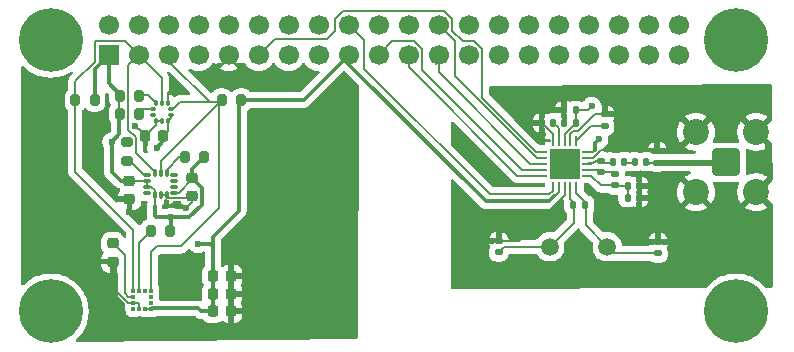
<source format=gtl>
G04 #@! TF.GenerationSoftware,KiCad,Pcbnew,9.0.5*
G04 #@! TF.CreationDate,2025-11-03T18:46:07+02:00*
G04 #@! TF.ProjectId,elecDeTrimisproiect,656c6563-4465-4547-9269-6d697370726f,rev?*
G04 #@! TF.SameCoordinates,Original*
G04 #@! TF.FileFunction,Copper,L1,Top*
G04 #@! TF.FilePolarity,Positive*
%FSLAX46Y46*%
G04 Gerber Fmt 4.6, Leading zero omitted, Abs format (unit mm)*
G04 Created by KiCad (PCBNEW 9.0.5) date 2025-11-03 18:46:07*
%MOMM*%
%LPD*%
G01*
G04 APERTURE LIST*
G04 Aperture macros list*
%AMRoundRect*
0 Rectangle with rounded corners*
0 $1 Rounding radius*
0 $2 $3 $4 $5 $6 $7 $8 $9 X,Y pos of 4 corners*
0 Add a 4 corners polygon primitive as box body*
4,1,4,$2,$3,$4,$5,$6,$7,$8,$9,$2,$3,0*
0 Add four circle primitives for the rounded corners*
1,1,$1+$1,$2,$3*
1,1,$1+$1,$4,$5*
1,1,$1+$1,$6,$7*
1,1,$1+$1,$8,$9*
0 Add four rect primitives between the rounded corners*
20,1,$1+$1,$2,$3,$4,$5,0*
20,1,$1+$1,$4,$5,$6,$7,0*
20,1,$1+$1,$6,$7,$8,$9,0*
20,1,$1+$1,$8,$9,$2,$3,0*%
G04 Aperture macros list end*
G04 #@! TA.AperFunction,HeatsinkPad*
%ADD10R,2.500000X2.500000*%
G04 #@! TD*
G04 #@! TA.AperFunction,SMDPad,CuDef*
%ADD11RoundRect,0.062500X-0.062500X-0.350000X0.062500X-0.350000X0.062500X0.350000X-0.062500X0.350000X0*%
G04 #@! TD*
G04 #@! TA.AperFunction,SMDPad,CuDef*
%ADD12RoundRect,0.062500X-0.350000X-0.062500X0.350000X-0.062500X0.350000X0.062500X-0.350000X0.062500X0*%
G04 #@! TD*
G04 #@! TA.AperFunction,SMDPad,CuDef*
%ADD13RoundRect,0.087500X0.125000X0.087500X-0.125000X0.087500X-0.125000X-0.087500X0.125000X-0.087500X0*%
G04 #@! TD*
G04 #@! TA.AperFunction,SMDPad,CuDef*
%ADD14RoundRect,0.087500X0.087500X0.125000X-0.087500X0.125000X-0.087500X-0.125000X0.087500X-0.125000X0*%
G04 #@! TD*
G04 #@! TA.AperFunction,SMDPad,CuDef*
%ADD15RoundRect,0.225000X-0.250000X0.225000X-0.250000X-0.225000X0.250000X-0.225000X0.250000X0.225000X0*%
G04 #@! TD*
G04 #@! TA.AperFunction,SMDPad,CuDef*
%ADD16RoundRect,0.140000X0.170000X-0.140000X0.170000X0.140000X-0.170000X0.140000X-0.170000X-0.140000X0*%
G04 #@! TD*
G04 #@! TA.AperFunction,SMDPad,CuDef*
%ADD17RoundRect,0.140000X-0.140000X-0.170000X0.140000X-0.170000X0.140000X0.170000X-0.140000X0.170000X0*%
G04 #@! TD*
G04 #@! TA.AperFunction,SMDPad,CuDef*
%ADD18RoundRect,0.225000X0.225000X0.250000X-0.225000X0.250000X-0.225000X-0.250000X0.225000X-0.250000X0*%
G04 #@! TD*
G04 #@! TA.AperFunction,SMDPad,CuDef*
%ADD19RoundRect,0.225000X-0.225000X-0.250000X0.225000X-0.250000X0.225000X0.250000X-0.225000X0.250000X0*%
G04 #@! TD*
G04 #@! TA.AperFunction,SMDPad,CuDef*
%ADD20RoundRect,0.200000X0.200000X0.275000X-0.200000X0.275000X-0.200000X-0.275000X0.200000X-0.275000X0*%
G04 #@! TD*
G04 #@! TA.AperFunction,SMDPad,CuDef*
%ADD21RoundRect,0.200000X-0.275000X0.200000X-0.275000X-0.200000X0.275000X-0.200000X0.275000X0.200000X0*%
G04 #@! TD*
G04 #@! TA.AperFunction,ComponentPad*
%ADD22RoundRect,0.200100X-0.949900X0.949900X-0.949900X-0.949900X0.949900X-0.949900X0.949900X0.949900X0*%
G04 #@! TD*
G04 #@! TA.AperFunction,ComponentPad*
%ADD23C,2.200000*%
G04 #@! TD*
G04 #@! TA.AperFunction,SMDPad,CuDef*
%ADD24RoundRect,0.200000X-0.200000X-0.275000X0.200000X-0.275000X0.200000X0.275000X-0.200000X0.275000X0*%
G04 #@! TD*
G04 #@! TA.AperFunction,SMDPad,CuDef*
%ADD25RoundRect,0.135000X-0.135000X-0.185000X0.135000X-0.185000X0.135000X0.185000X-0.135000X0.185000X0*%
G04 #@! TD*
G04 #@! TA.AperFunction,SMDPad,CuDef*
%ADD26RoundRect,0.225000X0.250000X-0.225000X0.250000X0.225000X-0.250000X0.225000X-0.250000X-0.225000X0*%
G04 #@! TD*
G04 #@! TA.AperFunction,SMDPad,CuDef*
%ADD27R,0.350000X0.375000*%
G04 #@! TD*
G04 #@! TA.AperFunction,SMDPad,CuDef*
%ADD28R,0.375000X0.350000*%
G04 #@! TD*
G04 #@! TA.AperFunction,ComponentPad*
%ADD29C,1.500000*%
G04 #@! TD*
G04 #@! TA.AperFunction,SMDPad,CuDef*
%ADD30RoundRect,0.147500X0.172500X-0.147500X0.172500X0.147500X-0.172500X0.147500X-0.172500X-0.147500X0*%
G04 #@! TD*
G04 #@! TA.AperFunction,SMDPad,CuDef*
%ADD31RoundRect,0.135000X-0.185000X0.135000X-0.185000X-0.135000X0.185000X-0.135000X0.185000X0.135000X0*%
G04 #@! TD*
G04 #@! TA.AperFunction,SMDPad,CuDef*
%ADD32RoundRect,0.140000X0.140000X0.170000X-0.140000X0.170000X-0.140000X-0.170000X0.140000X-0.170000X0*%
G04 #@! TD*
G04 #@! TA.AperFunction,SMDPad,CuDef*
%ADD33RoundRect,0.087500X-0.225000X-0.087500X0.225000X-0.087500X0.225000X0.087500X-0.225000X0.087500X0*%
G04 #@! TD*
G04 #@! TA.AperFunction,SMDPad,CuDef*
%ADD34RoundRect,0.087500X-0.087500X-0.225000X0.087500X-0.225000X0.087500X0.225000X-0.087500X0.225000X0*%
G04 #@! TD*
G04 #@! TA.AperFunction,SMDPad,CuDef*
%ADD35RoundRect,0.147500X-0.172500X0.147500X-0.172500X-0.147500X0.172500X-0.147500X0.172500X0.147500X0*%
G04 #@! TD*
G04 #@! TA.AperFunction,SMDPad,CuDef*
%ADD36RoundRect,0.147500X-0.147500X-0.172500X0.147500X-0.172500X0.147500X0.172500X-0.147500X0.172500X0*%
G04 #@! TD*
G04 #@! TA.AperFunction,ComponentPad*
%ADD37R,1.700000X1.700000*%
G04 #@! TD*
G04 #@! TA.AperFunction,ComponentPad*
%ADD38C,1.700000*%
G04 #@! TD*
G04 #@! TA.AperFunction,ComponentPad*
%ADD39C,5.400000*%
G04 #@! TD*
G04 #@! TA.AperFunction,ViaPad*
%ADD40C,0.600000*%
G04 #@! TD*
G04 #@! TA.AperFunction,Conductor*
%ADD41C,0.500000*%
G04 #@! TD*
G04 #@! TA.AperFunction,Conductor*
%ADD42C,0.200000*%
G04 #@! TD*
G04 #@! TA.AperFunction,Conductor*
%ADD43C,0.300000*%
G04 #@! TD*
G04 APERTURE END LIST*
D10*
G04 #@! TO.P,U4,21*
G04 #@! TO.N,N/C*
X72500000Y-43500000D03*
D11*
G04 #@! TO.P,U4,20,VSS*
G04 #@! TO.N,GNDREF*
X71500000Y-41562500D03*
G04 #@! TO.P,U4,19,DVDD*
G04 #@! TO.N,Net-(U4-DVDD)*
X72000000Y-41562500D03*
G04 #@! TO.P,U4,18,VDD*
G04 #@! TO.N,+3.3V*
X72500000Y-41562500D03*
G04 #@! TO.P,U4,17,VSS*
G04 #@! TO.N,GNDREF*
X73000000Y-41562500D03*
G04 #@! TO.P,U4,16,IREF*
G04 #@! TO.N,Net-(U4-IREF)*
X73500000Y-41562500D03*
D12*
G04 #@! TO.P,U4,15,VDD*
G04 #@! TO.N,+3.3V*
X74437500Y-42500000D03*
G04 #@! TO.P,U4,14,VSS*
G04 #@! TO.N,GNDREF*
X74437500Y-43000000D03*
G04 #@! TO.P,U4,13,ANT2*
G04 #@! TO.N,Net-(U4-ANT2)*
X74437500Y-43500000D03*
G04 #@! TO.P,U4,12,ANT1*
G04 #@! TO.N,Net-(U4-ANT1)*
X74437500Y-44000000D03*
G04 #@! TO.P,U4,11,VDD_PA*
G04 #@! TO.N,Net-(U4-VDD_PA)*
X74437500Y-44500000D03*
D11*
G04 #@! TO.P,U4,10,XC1*
G04 #@! TO.N,Net-(U4-XC1)*
X73500000Y-45437500D03*
G04 #@! TO.P,U4,9,XC2*
G04 #@! TO.N,Net-(U4-XC2)*
X73000000Y-45437500D03*
G04 #@! TO.P,U4,8,VSS*
G04 #@! TO.N,GNDREF*
X72500000Y-45437500D03*
G04 #@! TO.P,U4,7,VDD*
G04 #@! TO.N,+3.3V*
X72000000Y-45437500D03*
G04 #@! TO.P,U4,6,IRQ*
G04 #@! TO.N,/IRQ*
X71500000Y-45437500D03*
D12*
G04 #@! TO.P,U4,5,MISO*
G04 #@! TO.N,/MISO*
X70562500Y-44500000D03*
G04 #@! TO.P,U4,4,MOSI*
G04 #@! TO.N,/MOSI*
X70562500Y-44000000D03*
G04 #@! TO.P,U4,3,SCK*
G04 #@! TO.N,/SCK*
X70562500Y-43500000D03*
G04 #@! TO.P,U4,2,CSN*
G04 #@! TO.N,/CSN*
X70562500Y-43000000D03*
G04 #@! TO.P,U4,1,CE*
G04 #@! TO.N,/CE*
X70562500Y-42500000D03*
G04 #@! TD*
D13*
G04 #@! TO.P,U3,1,Vdd_IO*
G04 #@! TO.N,+3.3V*
X39162500Y-39362500D03*
G04 #@! TO.P,U3,2,SCL*
G04 #@! TO.N,/SCL*
X39162500Y-38862500D03*
D14*
G04 #@! TO.P,U3,3,GND*
G04 #@! TO.N,GNDREF*
X38900000Y-38350000D03*
G04 #@! TO.P,U3,4,SDA*
G04 #@! TO.N,/SDA*
X38400000Y-38350000D03*
G04 #@! TO.P,U3,5,SA0*
G04 #@! TO.N,Net-(U3-SA0)*
X37900000Y-38350000D03*
D13*
G04 #@! TO.P,U3,6,~{CS}*
G04 #@! TO.N,Net-(U3-~{CS})*
X37637500Y-38862500D03*
G04 #@! TO.P,U3,7,INT_DRDY*
G04 #@! TO.N,unconnected-(U3-INT_DRDY-Pad7)*
X37637500Y-39362500D03*
D14*
G04 #@! TO.P,U3,8,GND*
G04 #@! TO.N,GNDREF*
X37900000Y-39875000D03*
G04 #@! TO.P,U3,9,GND*
X38400000Y-39875000D03*
G04 #@! TO.P,U3,10,VDD*
G04 #@! TO.N,+3.3V*
X38900000Y-39875000D03*
G04 #@! TD*
D15*
G04 #@! TO.P,C1,1*
G04 #@! TO.N,Net-(U2-C1)*
X34250000Y-50225000D03*
G04 #@! TO.P,C1,2*
G04 #@! TO.N,GNDREF*
X34250000Y-51775000D03*
G04 #@! TD*
D16*
G04 #@! TO.P,C15,1*
G04 #@! TO.N,Net-(J2-In)*
X80350000Y-43392500D03*
G04 #@! TO.P,C15,2*
G04 #@! TO.N,GNDREF*
X80350000Y-42432500D03*
G04 #@! TD*
D15*
G04 #@! TO.P,C6,1*
G04 #@! TO.N,+3.3V*
X35662500Y-44937500D03*
G04 #@! TO.P,C6,2*
G04 #@! TO.N,GNDREF*
X35662500Y-46487500D03*
G04 #@! TD*
D17*
G04 #@! TO.P,C16,1*
G04 #@! TO.N,Net-(C16-Pad1)*
X78450000Y-43312500D03*
G04 #@! TO.P,C16,2*
G04 #@! TO.N,Net-(J2-In)*
X79410000Y-43312500D03*
G04 #@! TD*
D16*
G04 #@! TO.P,C9,1*
G04 #@! TO.N,Net-(U4-XC2)*
X66915000Y-50995000D03*
G04 #@! TO.P,C9,2*
G04 #@! TO.N,GNDREF*
X66915000Y-50035000D03*
G04 #@! TD*
D18*
G04 #@! TO.P,C5,1*
G04 #@! TO.N,+3.3V*
X38537500Y-41112500D03*
G04 #@! TO.P,C5,2*
G04 #@! TO.N,GNDREF*
X36987500Y-41112500D03*
G04 #@! TD*
D19*
G04 #@! TO.P,C2,1*
G04 #@! TO.N,+3.3V*
X42725000Y-54500000D03*
G04 #@! TO.P,C2,2*
G04 #@! TO.N,GNDREF*
X44275000Y-54500000D03*
G04 #@! TD*
D17*
G04 #@! TO.P,C10,1*
G04 #@! TO.N,GNDREF*
X72470000Y-40012500D03*
G04 #@! TO.P,C10,2*
G04 #@! TO.N,+3.3V*
X73430000Y-40012500D03*
G04 #@! TD*
G04 #@! TO.P,C13,1*
G04 #@! TO.N,Net-(U4-VDD_PA)*
X77830000Y-46362500D03*
G04 #@! TO.P,C13,2*
G04 #@! TO.N,GNDREF*
X78790000Y-46362500D03*
G04 #@! TD*
D20*
G04 #@! TO.P,R1,1*
G04 #@! TO.N,+3.3V*
X45125000Y-38100000D03*
G04 #@! TO.P,R1,2*
G04 #@! TO.N,/SCL*
X43475000Y-38100000D03*
G04 #@! TD*
D19*
G04 #@! TO.P,C3,1*
G04 #@! TO.N,+3.3V*
X42725000Y-56000000D03*
G04 #@! TO.P,C3,2*
G04 #@! TO.N,GNDREF*
X44275000Y-56000000D03*
G04 #@! TD*
D21*
G04 #@! TO.P,R7,1*
G04 #@! TO.N,+3.3V*
X35412500Y-41637500D03*
G04 #@! TO.P,R7,2*
G04 #@! TO.N,Net-(U1-SDO{slash}SA0)*
X35412500Y-43287500D03*
G04 #@! TD*
D20*
G04 #@! TO.P,R5,1*
G04 #@! TO.N,Net-(U3-SA0)*
X36487500Y-37762500D03*
G04 #@! TO.P,R5,2*
G04 #@! TO.N,+3.3V*
X34837500Y-37762500D03*
G04 #@! TD*
D22*
G04 #@! TO.P,J2,1,In*
G04 #@! TO.N,Net-(J2-In)*
X86175000Y-43350000D03*
D23*
G04 #@! TO.P,J2,2,Ext*
G04 #@! TO.N,GNDREF*
X88725000Y-40800000D03*
X83625000Y-40800000D03*
X88725000Y-45900000D03*
X83625000Y-45900000D03*
G04 #@! TD*
D17*
G04 #@! TO.P,C14,1*
G04 #@! TO.N,Net-(U4-VDD_PA)*
X77830000Y-45362500D03*
G04 #@! TO.P,C14,2*
G04 #@! TO.N,GNDREF*
X78790000Y-45362500D03*
G04 #@! TD*
D24*
G04 #@! TO.P,R3,1*
G04 #@! TO.N,Net-(U2-~{CS})*
X37475000Y-49212500D03*
G04 #@! TO.P,R3,2*
G04 #@! TO.N,+3.3V*
X39125000Y-49212500D03*
G04 #@! TD*
D25*
G04 #@! TO.P,R9,1*
G04 #@! TO.N,Net-(U4-XC2)*
X73240000Y-47000000D03*
G04 #@! TO.P,R9,2*
G04 #@! TO.N,Net-(U4-XC1)*
X74260000Y-47000000D03*
G04 #@! TD*
D26*
G04 #@! TO.P,C7,1*
G04 #@! TO.N,GNDREF*
X40962500Y-46237500D03*
G04 #@! TO.P,C7,2*
G04 #@! TO.N,+3.3V*
X40962500Y-44687500D03*
G04 #@! TD*
D20*
G04 #@! TO.P,R6,1*
G04 #@! TO.N,+3.3V*
X41987500Y-42912500D03*
G04 #@! TO.P,R6,2*
G04 #@! TO.N,Net-(U1-CS)*
X40337500Y-42912500D03*
G04 #@! TD*
D27*
G04 #@! TO.P,U2,1,SCL/SPC*
G04 #@! TO.N,/SCL*
X37500000Y-54237500D03*
G04 #@! TO.P,U2,2,NC*
G04 #@! TO.N,unconnected-(U2-NC-Pad2)*
X37000000Y-54237500D03*
G04 #@! TO.P,U2,3,~{CS}*
G04 #@! TO.N,Net-(U2-~{CS})*
X36500000Y-54237500D03*
G04 #@! TO.P,U2,4,SDA/SDI/SDO*
G04 #@! TO.N,/SDA*
X36000000Y-54237500D03*
D28*
G04 #@! TO.P,U2,5,C1*
G04 #@! TO.N,Net-(U2-C1)*
X35987500Y-54750000D03*
G04 #@! TO.P,U2,6,GND*
G04 #@! TO.N,GNDREF*
X35987500Y-55250000D03*
D27*
G04 #@! TO.P,U2,7,DRDY*
G04 #@! TO.N,unconnected-(U2-DRDY-Pad7)*
X36000000Y-55762500D03*
G04 #@! TO.P,U2,8,GND*
G04 #@! TO.N,GNDREF*
X36500000Y-55762500D03*
G04 #@! TO.P,U2,9,Vdd*
G04 #@! TO.N,+3.3V*
X37000000Y-55762500D03*
G04 #@! TO.P,U2,10,Vdd_IO*
X37500000Y-55762500D03*
D28*
G04 #@! TO.P,U2,11,NC*
G04 #@! TO.N,unconnected-(U2-NC-Pad11)*
X37512500Y-55250000D03*
G04 #@! TO.P,U2,12,NC*
G04 #@! TO.N,unconnected-(U2-NC-Pad12)*
X37512500Y-54750000D03*
G04 #@! TD*
D29*
G04 #@! TO.P,X1,1,1*
G04 #@! TO.N,Net-(U4-XC2)*
X71235000Y-50515000D03*
G04 #@! TO.P,X1,2,2*
G04 #@! TO.N,Net-(U4-XC1)*
X76115000Y-50515000D03*
G04 #@! TD*
D30*
G04 #@! TO.P,L1,1,1*
G04 #@! TO.N,Net-(U4-VDD_PA)*
X76810000Y-45332500D03*
G04 #@! TO.P,L1,2,2*
G04 #@! TO.N,Net-(U4-ANT1)*
X76810000Y-44362500D03*
G04 #@! TD*
D17*
G04 #@! TO.P,C11,1*
G04 #@! TO.N,GNDREF*
X72470000Y-38962500D03*
G04 #@! TO.P,C11,2*
G04 #@! TO.N,+3.3V*
X73430000Y-38962500D03*
G04 #@! TD*
D31*
G04 #@! TO.P,R8,1*
G04 #@! TO.N,GNDREF*
X75890000Y-39312500D03*
G04 #@! TO.P,R8,2*
G04 #@! TO.N,Net-(U4-IREF)*
X75890000Y-40332500D03*
G04 #@! TD*
D32*
G04 #@! TO.P,C8,1*
G04 #@! TO.N,Net-(U4-DVDD)*
X71530000Y-40012500D03*
G04 #@! TO.P,C8,2*
G04 #@! TO.N,GNDREF*
X70570000Y-40012500D03*
G04 #@! TD*
D19*
G04 #@! TO.P,C4,1*
G04 #@! TO.N,+3.3V*
X42725000Y-53000000D03*
G04 #@! TO.P,C4,2*
G04 #@! TO.N,GNDREF*
X44275000Y-53000000D03*
G04 #@! TD*
D16*
G04 #@! TO.P,C12,1*
G04 #@! TO.N,Net-(U4-XC1)*
X80415000Y-51095000D03*
G04 #@! TO.P,C12,2*
G04 #@! TO.N,GNDREF*
X80415000Y-50135000D03*
G04 #@! TD*
D33*
G04 #@! TO.P,U1,1,SDO/SA0*
G04 #@! TO.N,Net-(U1-SDO{slash}SA0)*
X37137500Y-44462500D03*
G04 #@! TO.P,U1,2,SDX*
G04 #@! TO.N,+3.3V*
X37137500Y-44962500D03*
G04 #@! TO.P,U1,3,SCX*
X37137500Y-45462500D03*
G04 #@! TO.P,U1,4,INT1*
G04 #@! TO.N,unconnected-(U1-INT1-Pad4)*
X37137500Y-45962500D03*
D34*
G04 #@! TO.P,U1,5,VDDIO*
G04 #@! TO.N,+3.3V*
X37800000Y-46125000D03*
G04 #@! TO.P,U1,6,GND*
G04 #@! TO.N,GNDREF*
X38300000Y-46125000D03*
G04 #@! TO.P,U1,7,GND*
X38800000Y-46125000D03*
D33*
G04 #@! TO.P,U1,8,VDD*
G04 #@! TO.N,+3.3V*
X39462500Y-45962500D03*
G04 #@! TO.P,U1,9,INT2*
G04 #@! TO.N,unconnected-(U1-INT2-Pad9)*
X39462500Y-45462500D03*
G04 #@! TO.P,U1,10,NC*
G04 #@! TO.N,unconnected-(U1-NC-Pad10)*
X39462500Y-44962500D03*
G04 #@! TO.P,U1,11,NC*
G04 #@! TO.N,unconnected-(U1-NC-Pad11)*
X39462500Y-44462500D03*
D34*
G04 #@! TO.P,U1,12,CS*
G04 #@! TO.N,Net-(U1-CS)*
X38800000Y-44300000D03*
G04 #@! TO.P,U1,13,SCL*
G04 #@! TO.N,/SCL*
X38300000Y-44300000D03*
G04 #@! TO.P,U1,14,SDA*
G04 #@! TO.N,/SDA*
X37800000Y-44300000D03*
G04 #@! TD*
D35*
G04 #@! TO.P,L3,1,1*
G04 #@! TO.N,Net-(U4-ANT2)*
X75625000Y-43252500D03*
G04 #@! TO.P,L3,2,2*
G04 #@! TO.N,Net-(U4-ANT1)*
X75625000Y-44222500D03*
G04 #@! TD*
D20*
G04 #@! TO.P,R4,1*
G04 #@! TO.N,Net-(U3-~{CS})*
X36487500Y-39262500D03*
G04 #@! TO.P,R4,2*
G04 #@! TO.N,+3.3V*
X34837500Y-39262500D03*
G04 #@! TD*
G04 #@! TO.P,R2,1*
G04 #@! TO.N,+3.3V*
X32725000Y-38100000D03*
G04 #@! TO.P,R2,2*
G04 #@! TO.N,/SDA*
X31075000Y-38100000D03*
G04 #@! TD*
D36*
G04 #@! TO.P,L2,1,1*
G04 #@! TO.N,Net-(U4-ANT2)*
X76590000Y-43312500D03*
G04 #@! TO.P,L2,2,2*
G04 #@! TO.N,Net-(C16-Pad1)*
X77560000Y-43312500D03*
G04 #@! TD*
D37*
G04 #@! TO.P,J1,1,Pin_1*
G04 #@! TO.N,+3.3V*
X33900000Y-34290000D03*
D38*
G04 #@! TO.P,J1,2,Pin_2*
G04 #@! TO.N,unconnected-(J1-Pin_2-Pad2)*
X33900000Y-31750000D03*
G04 #@! TO.P,J1,3,Pin_3*
G04 #@! TO.N,/SDA*
X36440000Y-34290000D03*
G04 #@! TO.P,J1,4,Pin_4*
G04 #@! TO.N,unconnected-(J1-Pin_4-Pad4)*
X36440000Y-31750000D03*
G04 #@! TO.P,J1,5,Pin_5*
G04 #@! TO.N,/SCL*
X38980000Y-34290000D03*
G04 #@! TO.P,J1,6,Pin_6*
G04 #@! TO.N,GNDREF*
X38980000Y-31750000D03*
G04 #@! TO.P,J1,7,Pin_7*
G04 #@! TO.N,unconnected-(J1-Pin_7-Pad7)*
X41520000Y-34290000D03*
G04 #@! TO.P,J1,8,Pin_8*
G04 #@! TO.N,unconnected-(J1-Pin_8-Pad8)*
X41520000Y-31750000D03*
G04 #@! TO.P,J1,9,Pin_9*
G04 #@! TO.N,GNDREF*
X44060000Y-34290000D03*
G04 #@! TO.P,J1,10,Pin_10*
G04 #@! TO.N,unconnected-(J1-Pin_10-Pad10)*
X44060000Y-31750000D03*
G04 #@! TO.P,J1,11,Pin_11*
G04 #@! TO.N,/CE*
X46600000Y-34290000D03*
G04 #@! TO.P,J1,12,Pin_12*
G04 #@! TO.N,unconnected-(J1-Pin_12-Pad12)*
X46600000Y-31750000D03*
G04 #@! TO.P,J1,13,Pin_13*
G04 #@! TO.N,unconnected-(J1-Pin_13-Pad13)*
X49140000Y-34290000D03*
G04 #@! TO.P,J1,14,Pin_14*
G04 #@! TO.N,GNDREF*
X49140000Y-31750000D03*
G04 #@! TO.P,J1,15,Pin_15*
G04 #@! TO.N,unconnected-(J1-Pin_15-Pad15)*
X51680000Y-34290000D03*
G04 #@! TO.P,J1,16,Pin_16*
G04 #@! TO.N,unconnected-(J1-Pin_16-Pad16)*
X51680000Y-31750000D03*
G04 #@! TO.P,J1,17,Pin_17*
G04 #@! TO.N,+3.3V*
X54220000Y-34290000D03*
G04 #@! TO.P,J1,18,Pin_18*
G04 #@! TO.N,/IRQ*
X54220000Y-31750000D03*
G04 #@! TO.P,J1,19,Pin_19*
G04 #@! TO.N,/MOSI*
X56760000Y-34290000D03*
G04 #@! TO.P,J1,20,Pin_20*
G04 #@! TO.N,GNDREF*
X56760000Y-31750000D03*
G04 #@! TO.P,J1,21,Pin_21*
G04 #@! TO.N,/MISO*
X59300000Y-34290000D03*
G04 #@! TO.P,J1,22,Pin_22*
G04 #@! TO.N,unconnected-(J1-Pin_22-Pad22)*
X59300000Y-31750000D03*
G04 #@! TO.P,J1,23,Pin_23*
G04 #@! TO.N,/SCK*
X61840000Y-34290000D03*
G04 #@! TO.P,J1,24,Pin_24*
G04 #@! TO.N,/CSN*
X61840000Y-31750000D03*
G04 #@! TO.P,J1,25,Pin_25*
G04 #@! TO.N,GNDREF*
X64380000Y-34290000D03*
G04 #@! TO.P,J1,26,Pin_26*
G04 #@! TO.N,unconnected-(J1-Pin_26-Pad26)*
X64380000Y-31750000D03*
G04 #@! TO.P,J1,27,Pin_27*
G04 #@! TO.N,unconnected-(J1-Pin_27-Pad27)*
X66920000Y-34290000D03*
G04 #@! TO.P,J1,28,Pin_28*
G04 #@! TO.N,unconnected-(J1-Pin_28-Pad28)*
X66920000Y-31750000D03*
G04 #@! TO.P,J1,29,Pin_29*
G04 #@! TO.N,unconnected-(J1-Pin_29-Pad29)*
X69460000Y-34290000D03*
G04 #@! TO.P,J1,30,Pin_30*
G04 #@! TO.N,GNDREF*
X69460000Y-31750000D03*
G04 #@! TO.P,J1,31,Pin_31*
G04 #@! TO.N,unconnected-(J1-Pin_31-Pad31)*
X72000000Y-34290000D03*
G04 #@! TO.P,J1,32,Pin_32*
G04 #@! TO.N,unconnected-(J1-Pin_32-Pad32)*
X72000000Y-31750000D03*
G04 #@! TO.P,J1,33,Pin_33*
G04 #@! TO.N,unconnected-(J1-Pin_33-Pad33)*
X74540000Y-34290000D03*
G04 #@! TO.P,J1,34,Pin_34*
G04 #@! TO.N,GNDREF*
X74540000Y-31750000D03*
G04 #@! TO.P,J1,35,Pin_35*
G04 #@! TO.N,unconnected-(J1-Pin_35-Pad35)*
X77080000Y-34290000D03*
G04 #@! TO.P,J1,36,Pin_36*
G04 #@! TO.N,unconnected-(J1-Pin_36-Pad36)*
X77080000Y-31750000D03*
G04 #@! TO.P,J1,37,Pin_37*
G04 #@! TO.N,unconnected-(J1-Pin_37-Pad37)*
X79620000Y-34290000D03*
G04 #@! TO.P,J1,38,Pin_38*
G04 #@! TO.N,unconnected-(J1-Pin_38-Pad38)*
X79620000Y-31750000D03*
G04 #@! TO.P,J1,39,Pin_39*
G04 #@! TO.N,GNDREF*
X82160000Y-34290000D03*
G04 #@! TO.P,J1,40,Pin_40*
G04 #@! TO.N,unconnected-(J1-Pin_40-Pad40)*
X82160000Y-31750000D03*
G04 #@! TD*
D39*
G04 #@! TO.P,REF\u002A\u002A,1*
G04 #@! TO.N,N/C*
X29000000Y-33000000D03*
G04 #@! TD*
G04 #@! TO.P,REF\u002A\u002A,1*
G04 #@! TO.N,N/C*
X87000000Y-33000000D03*
G04 #@! TD*
G04 #@! TO.P,REF\u002A\u002A,1*
G04 #@! TO.N,N/C*
X87000000Y-56000000D03*
G04 #@! TD*
G04 #@! TO.P,REF\u002A\u002A,1*
G04 #@! TO.N,N/C*
X29000000Y-56000000D03*
G04 #@! TD*
D40*
G04 #@! TO.N,GNDREF*
X71900000Y-37700000D03*
X32500000Y-43750000D03*
X32250000Y-40750000D03*
X39500000Y-57750000D03*
X33750000Y-57000000D03*
X39750000Y-53000000D03*
X53750000Y-39500000D03*
X49250000Y-43750000D03*
X53000000Y-51250000D03*
X28500000Y-46250000D03*
X44250000Y-57500000D03*
X46250000Y-54500000D03*
X44250000Y-51250000D03*
G04 #@! TO.N,+3.3V*
X41462500Y-50262500D03*
G04 #@! TO.N,GNDREF*
X32525000Y-51775000D03*
X63925000Y-47000000D03*
X54000000Y-47600000D03*
X76050000Y-46712500D03*
X89800000Y-47650000D03*
X68600000Y-39262500D03*
X81400000Y-37162500D03*
X77100000Y-39462500D03*
X87950000Y-37150000D03*
X40462500Y-47262500D03*
X67685000Y-53002500D03*
X85750000Y-52600000D03*
X35662500Y-47562500D03*
X88150000Y-52550000D03*
X68385000Y-48165000D03*
X80735000Y-53102500D03*
X80535000Y-48765000D03*
X85700000Y-48150000D03*
X87750000Y-48200000D03*
X46100000Y-39750000D03*
X85250000Y-49950000D03*
X81050000Y-41312500D03*
X76700000Y-37162500D03*
X89700000Y-37150000D03*
X63950000Y-49675000D03*
X79850000Y-45362500D03*
X72200000Y-47162500D03*
X75500000Y-37162500D03*
X77150000Y-41012500D03*
X83050000Y-48150000D03*
X76750000Y-42312500D03*
X79250000Y-39712500D03*
X89750000Y-38450000D03*
X89850000Y-49550000D03*
X66985000Y-48565000D03*
X83200000Y-49850000D03*
X28250000Y-40800000D03*
X79050000Y-37162500D03*
X54200000Y-37300000D03*
X89700000Y-43550000D03*
X39362500Y-37062500D03*
X73735000Y-51865000D03*
X89700000Y-42100000D03*
X79950000Y-46962500D03*
X54050000Y-43400000D03*
X83650000Y-52650000D03*
X67600000Y-37212500D03*
X87750000Y-49950000D03*
X64025000Y-52400000D03*
X64050000Y-42000000D03*
X66075000Y-43975000D03*
X36162500Y-40312500D03*
X45050000Y-49700000D03*
X89850000Y-51500000D03*
X53800000Y-55900000D03*
X81050000Y-39762500D03*
X28350000Y-51000000D03*
X86000000Y-37150000D03*
X69800000Y-37212500D03*
X84050000Y-37200000D03*
G04 #@! TO.N,+3.3V*
X75393750Y-41406250D03*
X34162500Y-41637500D03*
X39200000Y-48000000D03*
X37962500Y-42162500D03*
X74800000Y-38612500D03*
G04 #@! TD*
D41*
G04 #@! TO.N,Net-(J2-In)*
X80350000Y-43392500D02*
X86132500Y-43392500D01*
X86132500Y-43392500D02*
X86175000Y-43350000D01*
D42*
G04 #@! TO.N,Net-(U4-VDD_PA)*
X76810000Y-45332500D02*
X75582500Y-45332500D01*
X75582500Y-45332500D02*
X74750000Y-44500000D01*
X74750000Y-44500000D02*
X74437500Y-44500000D01*
D43*
G04 #@! TO.N,+3.3V*
X75094037Y-42344037D02*
X75094037Y-41705963D01*
X75094037Y-41705963D02*
X75393750Y-41406250D01*
D42*
X74938074Y-42500000D02*
X75094037Y-42344037D01*
X74437500Y-42500000D02*
X74938074Y-42500000D01*
G04 #@! TO.N,Net-(U4-IREF)*
X73500000Y-41562500D02*
X74730000Y-40332500D01*
X74730000Y-40332500D02*
X75890000Y-40332500D01*
G04 #@! TO.N,+3.3V*
X73430000Y-40012500D02*
X73430000Y-38962500D01*
X72500000Y-40942500D02*
X73430000Y-40012500D01*
G04 #@! TO.N,GNDREF*
X70570000Y-40012500D02*
X70570000Y-40070000D01*
X70570000Y-40070000D02*
X71500000Y-41000000D01*
X71500000Y-41000000D02*
X71500000Y-41562500D01*
X73000000Y-41000000D02*
X73250000Y-40750000D01*
X73000000Y-41562500D02*
X73000000Y-41000000D01*
X73250000Y-40750000D02*
X73628404Y-40750000D01*
X73628404Y-40750000D02*
X75065904Y-39312500D01*
X75065904Y-39312500D02*
X75890000Y-39312500D01*
G04 #@! TO.N,Net-(U4-XC2)*
X73240000Y-47000000D02*
X73240000Y-46722500D01*
X73240000Y-46722500D02*
X73000000Y-46482500D01*
X73000000Y-46482500D02*
X73000000Y-45437500D01*
G04 #@! TO.N,GNDREF*
X72500000Y-45437500D02*
X72500000Y-46153298D01*
X72500000Y-46153298D02*
X68618298Y-50035000D01*
X68618298Y-50035000D02*
X66915000Y-50035000D01*
G04 #@! TO.N,Net-(U4-XC1)*
X74350000Y-46812500D02*
X74312500Y-46812500D01*
X74312500Y-46812500D02*
X73500000Y-46000000D01*
X73500000Y-46000000D02*
X73500000Y-45437500D01*
G04 #@! TO.N,/IRQ*
X71500000Y-45437500D02*
X71500000Y-45775000D01*
X71500000Y-45775000D02*
X71175000Y-46100000D01*
X71175000Y-46100000D02*
X66192240Y-46100000D01*
X66192240Y-46100000D02*
X55525000Y-35432760D01*
X55525000Y-35432760D02*
X55525000Y-34882760D01*
G04 #@! TO.N,/SCK*
X70562500Y-43500000D02*
X69575000Y-43500000D01*
X69575000Y-43500000D02*
X61840000Y-35765000D01*
X61840000Y-35765000D02*
X61840000Y-34290000D01*
G04 #@! TO.N,/MISO*
X70562500Y-44500000D02*
X68497500Y-44500000D01*
X68497500Y-44500000D02*
X59300000Y-35302500D01*
X59300000Y-35302500D02*
X59300000Y-34290000D01*
G04 #@! TO.N,/MOSI*
X70562500Y-44000000D02*
X68934240Y-44000000D01*
X68934240Y-44000000D02*
X60451000Y-35516760D01*
X60451000Y-35516760D02*
X60451000Y-34966760D01*
G04 #@! TO.N,/CSN*
X70562500Y-43000000D02*
X70134202Y-43000000D01*
X70134202Y-43000000D02*
X63229000Y-36094798D01*
X63229000Y-36094798D02*
X63229000Y-35250000D01*
G04 #@! TO.N,/CE*
X70562500Y-42500000D02*
X70098064Y-42500000D01*
X70098064Y-42500000D02*
X65531000Y-37932936D01*
X65531000Y-37932936D02*
X65531000Y-37382936D01*
G04 #@! TO.N,GNDREF*
X44275000Y-57475000D02*
X44250000Y-57500000D01*
X44275000Y-56000000D02*
X44275000Y-57475000D01*
X44275000Y-54500000D02*
X46250000Y-54500000D01*
X44275000Y-51275000D02*
X44250000Y-51250000D01*
X44275000Y-53000000D02*
X44275000Y-51275000D01*
D43*
G04 #@! TO.N,+3.3V*
X41012500Y-55750000D02*
X41500000Y-55750000D01*
X41500000Y-55750000D02*
X41750000Y-56000000D01*
X41750000Y-56000000D02*
X42725000Y-56000000D01*
D42*
G04 #@! TO.N,/SCL*
X37500000Y-54237500D02*
X37500000Y-51000000D01*
X43275000Y-38300000D02*
X43475000Y-38100000D01*
X37500000Y-51000000D02*
X38000000Y-50500000D01*
X38000000Y-50500000D02*
X40000000Y-50500000D01*
X40000000Y-50500000D02*
X43275000Y-47225000D01*
X43275000Y-47225000D02*
X43275000Y-38300000D01*
G04 #@! TO.N,Net-(U2-~{CS})*
X36500000Y-54237500D02*
X36500000Y-50187500D01*
X36500000Y-50187500D02*
X37475000Y-49212500D01*
G04 #@! TO.N,/SDA*
X35993750Y-49093750D02*
X35993750Y-49581250D01*
X35993750Y-49581250D02*
X36000000Y-49587500D01*
X35993750Y-49093750D02*
X31075000Y-44175000D01*
X31075000Y-44175000D02*
X31075000Y-36525000D01*
X31075000Y-36525000D02*
X32749000Y-34851000D01*
X32749000Y-34851000D02*
X32749000Y-33139000D01*
X32749000Y-33139000D02*
X35289000Y-33139000D01*
X35289000Y-33139000D02*
X36440000Y-34290000D01*
G04 #@! TO.N,Net-(U2-C1)*
X34250000Y-50225000D02*
X35276000Y-51251000D01*
G04 #@! TO.N,GNDREF*
X34250000Y-51775000D02*
X34500000Y-52025000D01*
X34500000Y-52025000D02*
X34500000Y-54237500D01*
G04 #@! TO.N,Net-(U2-C1)*
X35987500Y-54750000D02*
X35548000Y-54750000D01*
X35548000Y-54750000D02*
X35276000Y-54478000D01*
X35276000Y-54478000D02*
X35276000Y-51251000D01*
G04 #@! TO.N,GNDREF*
X34500000Y-54237500D02*
X35512500Y-55250000D01*
X35512500Y-55250000D02*
X35987500Y-55250000D01*
X34500000Y-54237500D02*
X34506250Y-54243750D01*
G04 #@! TO.N,/SCL*
X37500000Y-53625000D02*
X37500000Y-53637500D01*
D43*
G04 #@! TO.N,+3.3V*
X42725000Y-50925000D02*
X42725000Y-50500000D01*
X42725000Y-50500000D02*
X42725000Y-49675000D01*
X44925000Y-38100000D02*
X50410000Y-38100000D01*
X42725000Y-49675000D02*
X44925000Y-47475000D01*
X44925000Y-47475000D02*
X44925000Y-38100000D01*
X50410000Y-38100000D02*
X54220000Y-34290000D01*
X37500000Y-55762500D02*
X37525000Y-55762500D01*
X37525000Y-55762500D02*
X37537500Y-55750000D01*
X37537500Y-55750000D02*
X41012500Y-55750000D01*
D42*
X37000000Y-55762500D02*
X37500000Y-55762500D01*
G04 #@! TO.N,GNDREF*
X32525000Y-51775000D02*
X34250000Y-51775000D01*
X36500000Y-55762500D02*
X36500000Y-55298000D01*
X36500000Y-55298000D02*
X36452000Y-55250000D01*
X36452000Y-55250000D02*
X35987500Y-55250000D01*
G04 #@! TO.N,/SDA*
X36000000Y-54237500D02*
X36000000Y-49587500D01*
G04 #@! TO.N,GNDREF*
X38801001Y-46438500D02*
X38800000Y-46437499D01*
X78790000Y-46362500D02*
X78790000Y-45362500D01*
X38900000Y-37525000D02*
X39362500Y-37062500D01*
X40962500Y-46762500D02*
X40462500Y-47262500D01*
X75589436Y-42312500D02*
X76750000Y-42312500D01*
X74437500Y-43000000D02*
X74901936Y-43000000D01*
X38800000Y-46437499D02*
X38800000Y-46125000D01*
X40962500Y-46237500D02*
X40962500Y-46762500D01*
X74901936Y-43000000D02*
X75589436Y-42312500D01*
X40962500Y-46237500D02*
X40761500Y-46438500D01*
X37900000Y-40200000D02*
X36987500Y-41112500D01*
X72470000Y-38962500D02*
X72470000Y-40012500D01*
X36362500Y-40512500D02*
X36162500Y-40312500D01*
X37900000Y-39875000D02*
X37900000Y-40200000D01*
X38900000Y-38350000D02*
X38900000Y-37525000D01*
X35662500Y-46362500D02*
X35662500Y-47562500D01*
X36437500Y-40587500D02*
X36362500Y-40512500D01*
X37112500Y-41262500D02*
X36437500Y-40587500D01*
X40761500Y-46438500D02*
X38801001Y-46438500D01*
X38300000Y-46125000D02*
X38800000Y-46125000D01*
X37900000Y-39875000D02*
X38400000Y-39875000D01*
X71530000Y-41532500D02*
X71500000Y-41562500D01*
G04 #@! TO.N,+3.3V*
X35437500Y-44962500D02*
X37137500Y-44962500D01*
D43*
X34162500Y-41637500D02*
X34162500Y-44162500D01*
X34937500Y-44937500D02*
X35662500Y-44937500D01*
D42*
X39162500Y-39612500D02*
X38900000Y-39875000D01*
D43*
X71167726Y-46663500D02*
X65843500Y-46663500D01*
D42*
X37800000Y-46125000D02*
X37800000Y-45760652D01*
X37800000Y-45760652D02*
X37501848Y-45462500D01*
X72000000Y-45865798D02*
X71202298Y-46663500D01*
D43*
X39200000Y-48000000D02*
X37912500Y-48000000D01*
D42*
X34787500Y-37662500D02*
X34787500Y-39162500D01*
D43*
X38537500Y-41587500D02*
X37962500Y-42162500D01*
X34162500Y-41637500D02*
X34787500Y-41012500D01*
X32725000Y-38100000D02*
X32725000Y-35465000D01*
X37912500Y-48000000D02*
X37800000Y-47887500D01*
D42*
X39462500Y-45962500D02*
X39826848Y-45962500D01*
X39826848Y-45962500D02*
X40962500Y-44826848D01*
D43*
X38537500Y-41112500D02*
X38537500Y-41587500D01*
D42*
X35262500Y-44787500D02*
X35437500Y-44962500D01*
D43*
X39200000Y-48000000D02*
X40737500Y-48000000D01*
D42*
X37137500Y-45462500D02*
X37137500Y-44962500D01*
X74800000Y-38612500D02*
X74450000Y-38962500D01*
X37501848Y-45462500D02*
X37137500Y-45462500D01*
X40962500Y-44826848D02*
X40962500Y-44687500D01*
X72500000Y-40942500D02*
X72500000Y-41562500D01*
X71202298Y-46663500D02*
X70500000Y-46663500D01*
X38537500Y-41112500D02*
X38900000Y-40750000D01*
D43*
X37800000Y-47887500D02*
X37800000Y-47062500D01*
X34162500Y-44162500D02*
X34937500Y-44937500D01*
D42*
X38900000Y-40750000D02*
X38900000Y-39875000D01*
D43*
X71600000Y-46231226D02*
X71167726Y-46663500D01*
X42725000Y-56000000D02*
X42725000Y-53000000D01*
X33900000Y-36700000D02*
X33900000Y-34290000D01*
X34787500Y-41012500D02*
X34787500Y-39162500D01*
X54220000Y-34490000D02*
X54220000Y-34290000D01*
D42*
X74800000Y-38612500D02*
X74800000Y-38642500D01*
X72000000Y-45437500D02*
X72000000Y-45865798D01*
D43*
X34787500Y-37587500D02*
X33900000Y-36700000D01*
D42*
X37800000Y-47062500D02*
X37800000Y-46125000D01*
D43*
X65843500Y-46663500D02*
X54120000Y-34940000D01*
X34787500Y-37662500D02*
X34787500Y-37587500D01*
X41788500Y-46949000D02*
X41788500Y-45513500D01*
X32725000Y-35465000D02*
X33900000Y-34290000D01*
X40737500Y-48000000D02*
X41788500Y-46949000D01*
X40962500Y-44687500D02*
X40962500Y-43937500D01*
X39200000Y-48000000D02*
X39200000Y-49137500D01*
D42*
X74450000Y-38962500D02*
X73430000Y-38962500D01*
D43*
X42725000Y-53000000D02*
X42725000Y-50925000D01*
X41788500Y-45513500D02*
X40962500Y-44687500D01*
D42*
X39162500Y-39362500D02*
X39162500Y-39612500D01*
D43*
X40962500Y-43937500D02*
X41987500Y-42912500D01*
X39200000Y-49137500D02*
X39125000Y-49212500D01*
D42*
G04 #@! TO.N,Net-(U4-DVDD)*
X72000000Y-40482500D02*
X72000000Y-41562500D01*
X71530000Y-40012500D02*
X72000000Y-40482500D01*
G04 #@! TO.N,Net-(U4-XC2)*
X67395000Y-50515000D02*
X66915000Y-50995000D01*
X71235000Y-50515000D02*
X73265000Y-48485000D01*
X73265000Y-48485000D02*
X73265000Y-47165000D01*
X71235000Y-50515000D02*
X67395000Y-50515000D01*
G04 #@! TO.N,Net-(U4-XC1)*
X74285000Y-47165000D02*
X74285000Y-48685000D01*
X76695000Y-51095000D02*
X76115000Y-50515000D01*
X74285000Y-48685000D02*
X76115000Y-50515000D01*
X80415000Y-51095000D02*
X76695000Y-51095000D01*
G04 #@! TO.N,Net-(U4-VDD_PA)*
X76840000Y-45362500D02*
X76810000Y-45332500D01*
X77830000Y-46362500D02*
X77830000Y-45362500D01*
X77830000Y-45362500D02*
X76840000Y-45362500D01*
D41*
G04 #@! TO.N,Net-(J2-In)*
X86175000Y-43350000D02*
X86112500Y-43412500D01*
D42*
X79610000Y-43412500D02*
X79690000Y-43492500D01*
D41*
X86112500Y-43412500D02*
X85987500Y-43412500D01*
D42*
X80330000Y-43412500D02*
X79610000Y-43412500D01*
D41*
X86150000Y-43450000D02*
X86225000Y-43375000D01*
X86187500Y-43412500D02*
X86225000Y-43375000D01*
D42*
X80350000Y-43392500D02*
X80330000Y-43412500D01*
G04 #@! TO.N,Net-(C16-Pad1)*
X78650000Y-43412500D02*
X77730000Y-43412500D01*
G04 #@! TO.N,/CE*
X64856760Y-33139000D02*
X63903240Y-33139000D01*
X47989000Y-32901000D02*
X46600000Y-34290000D01*
X63903240Y-33139000D02*
X62991000Y-32226760D01*
X65531000Y-37382936D02*
X65531000Y-33813240D01*
X53743240Y-30599000D02*
X53069000Y-31273240D01*
X53069000Y-32226760D02*
X52394760Y-32901000D01*
X52394760Y-32901000D02*
X47989000Y-32901000D01*
X62316760Y-30599000D02*
X53743240Y-30599000D01*
X53069000Y-31273240D02*
X53069000Y-32226760D01*
X65531000Y-33813240D02*
X64856760Y-33139000D01*
X62991000Y-32226760D02*
X62991000Y-31273240D01*
X62991000Y-31273240D02*
X62316760Y-30599000D01*
G04 #@! TO.N,/MISO*
X59300000Y-34752500D02*
X59300000Y-34290000D01*
G04 #@! TO.N,/SCK*
X61840000Y-34455798D02*
X61840000Y-34290000D01*
X61640000Y-35015000D02*
X61640000Y-34455798D01*
G04 #@! TO.N,/MOSI*
X59776760Y-33139000D02*
X57911000Y-33139000D01*
X60451000Y-34966760D02*
X60451000Y-33813240D01*
X57911000Y-33139000D02*
X56760000Y-34290000D01*
X60451000Y-33813240D02*
X59776760Y-33139000D01*
G04 #@! TO.N,/SDA*
X36188500Y-41224436D02*
X35561500Y-40597436D01*
X38400000Y-38350000D02*
X38400000Y-36250000D01*
X37800000Y-44200000D02*
X36188500Y-42588500D01*
X35561500Y-35168500D02*
X36440000Y-34290000D01*
X37800000Y-44300000D02*
X37800000Y-44200000D01*
X35561500Y-40597436D02*
X35561500Y-35168500D01*
X36188500Y-42588500D02*
X36188500Y-41224436D01*
X38400000Y-36250000D02*
X36440000Y-34290000D01*
G04 #@! TO.N,/SCL*
X39162500Y-38862500D02*
X39362500Y-38862500D01*
X38300000Y-44300000D02*
X38300000Y-43300000D01*
X39042500Y-34852500D02*
X42452500Y-38262500D01*
X38300000Y-43300000D02*
X43337500Y-38262500D01*
X39962500Y-38262500D02*
X43337500Y-38262500D01*
X39362500Y-38862500D02*
X39962500Y-38262500D01*
G04 #@! TO.N,/CSN*
X63229000Y-35544798D02*
X63229000Y-33139000D01*
X63229000Y-33139000D02*
X61840000Y-31750000D01*
G04 #@! TO.N,Net-(U4-ANT1)*
X76670000Y-44222500D02*
X76810000Y-44362500D01*
X74437500Y-44000000D02*
X75402500Y-44000000D01*
X75402500Y-44000000D02*
X75625000Y-44222500D01*
X75625000Y-44222500D02*
X76670000Y-44222500D01*
G04 #@! TO.N,Net-(U4-ANT2)*
X76760000Y-43412500D02*
X75845000Y-43412500D01*
X74511500Y-43426000D02*
X74437500Y-43500000D01*
X75660000Y-43227500D02*
X75138298Y-43227500D01*
X75845000Y-43412500D02*
X75660000Y-43227500D01*
X74939798Y-43426000D02*
X74511500Y-43426000D01*
X75138298Y-43227500D02*
X74939798Y-43426000D01*
G04 #@! TO.N,Net-(U3-~{CS})*
X36737500Y-38862500D02*
X37637500Y-38862500D01*
X36437500Y-39162500D02*
X36737500Y-38862500D01*
G04 #@! TO.N,Net-(U3-SA0)*
X37212500Y-37662500D02*
X37900000Y-38350000D01*
X36437500Y-37662500D02*
X37212500Y-37662500D01*
G04 #@! TO.N,Net-(U1-CS)*
X38800000Y-43987501D02*
X39875001Y-42912500D01*
X38800000Y-44300000D02*
X38800000Y-43987501D01*
X39875001Y-42912500D02*
X40337500Y-42912500D01*
G04 #@! TO.N,Net-(U1-SDO{slash}SA0)*
X37137500Y-44462500D02*
X36862500Y-44462500D01*
X36862500Y-44462500D02*
X35762500Y-43362500D01*
G04 #@! TO.N,/IRQ*
X55525000Y-34882760D02*
X55525000Y-33055000D01*
X55525000Y-33055000D02*
X54220000Y-31750000D01*
D43*
G04 #@! TO.N,+3.3V*
X41462500Y-50262500D02*
X42487500Y-50262500D01*
X42487500Y-50262500D02*
X42725000Y-50500000D01*
G04 #@! TD*
G04 #@! TA.AperFunction,Conductor*
G04 #@! TO.N,GNDREF*
G36*
X40772026Y-50698379D02*
G01*
X40803413Y-50721182D01*
X40812669Y-50731540D01*
X40864673Y-50796751D01*
X40928249Y-50860327D01*
X40998544Y-50916385D01*
X40998548Y-50916387D01*
X40998550Y-50916389D01*
X41055941Y-50952450D01*
X41074673Y-50964220D01*
X41149736Y-51000369D01*
X41155681Y-51003232D01*
X41182488Y-51012611D01*
X41240544Y-51032926D01*
X41328200Y-51052933D01*
X41417540Y-51062999D01*
X41417541Y-51063000D01*
X41417545Y-51063000D01*
X41507459Y-51063000D01*
X41507459Y-51062999D01*
X41596800Y-51052933D01*
X41684456Y-51032926D01*
X41769321Y-51003231D01*
X41850327Y-50964220D01*
X41901595Y-50932005D01*
X41915640Y-50926003D01*
X41929249Y-50919069D01*
X41933403Y-50918410D01*
X41937269Y-50916759D01*
X41967567Y-50913000D01*
X41998682Y-50913000D01*
X41992677Y-52231309D01*
X41954058Y-52269929D01*
X41897149Y-52343686D01*
X41897146Y-52343689D01*
X41850142Y-52424107D01*
X41813800Y-52509894D01*
X41813799Y-52509895D01*
X41788731Y-52599605D01*
X41775338Y-52691805D01*
X41775338Y-52691807D01*
X41774500Y-52712717D01*
X41774500Y-53287259D01*
X41774879Y-53296718D01*
X41775339Y-53308201D01*
X41775339Y-53308207D01*
X41775340Y-53308209D01*
X41788732Y-53400395D01*
X41813799Y-53490104D01*
X41813800Y-53490105D01*
X41813802Y-53490111D01*
X41838028Y-53547296D01*
X41850142Y-53575892D01*
X41897146Y-53656310D01*
X41897148Y-53656312D01*
X41897150Y-53656315D01*
X41909071Y-53671765D01*
X41910989Y-53674251D01*
X41929592Y-53708296D01*
X41936763Y-53746423D01*
X41931802Y-53784900D01*
X41915194Y-53819961D01*
X41910989Y-53825749D01*
X41897149Y-53843686D01*
X41897146Y-53843689D01*
X41850142Y-53924107D01*
X41813800Y-54009894D01*
X41813799Y-54009895D01*
X41788731Y-54099605D01*
X41775338Y-54191805D01*
X41775338Y-54191807D01*
X41774500Y-54212717D01*
X41774500Y-54787259D01*
X41774879Y-54796718D01*
X41775339Y-54808201D01*
X41775339Y-54808207D01*
X41775340Y-54808209D01*
X41788731Y-54900390D01*
X41806788Y-54965012D01*
X41811254Y-55003550D01*
X41803594Y-55041582D01*
X41784555Y-55075385D01*
X41756003Y-55101651D01*
X41720732Y-55117808D01*
X41682194Y-55122274D01*
X41655271Y-55118157D01*
X41644836Y-55115361D01*
X41627177Y-55110629D01*
X41542637Y-55099500D01*
X41542636Y-55099500D01*
X41055136Y-55099500D01*
X38323695Y-55099500D01*
X38285377Y-55093431D01*
X38250810Y-55075818D01*
X38223377Y-55048385D01*
X38205764Y-55013818D01*
X38199695Y-54975500D01*
X38199837Y-54969564D01*
X38200499Y-54955744D01*
X38200500Y-54955731D01*
X38200499Y-54544270D01*
X38199672Y-54526994D01*
X38186488Y-54451282D01*
X38182017Y-54438041D01*
X38175507Y-54399795D01*
X38175499Y-54398368D01*
X38175499Y-54019270D01*
X38175050Y-54009894D01*
X38174672Y-54001994D01*
X38161488Y-53926282D01*
X38136901Y-53853470D01*
X38114447Y-53810225D01*
X38102179Y-53773425D01*
X38100500Y-53753090D01*
X38100500Y-51300097D01*
X38102027Y-51290455D01*
X38102027Y-51280699D01*
X38105042Y-51271418D01*
X38106569Y-51261779D01*
X38110998Y-51253084D01*
X38114015Y-51243802D01*
X38119752Y-51235905D01*
X38124182Y-51227212D01*
X38136819Y-51212416D01*
X38212416Y-51136819D01*
X38243802Y-51114015D01*
X38280699Y-51102027D01*
X38300097Y-51100500D01*
X40039352Y-51100500D01*
X40039359Y-51100500D01*
X40117403Y-51090225D01*
X40193438Y-51069851D01*
X40266164Y-51039727D01*
X40274789Y-51034747D01*
X40277946Y-51032925D01*
X40287781Y-51027246D01*
X40334336Y-51000369D01*
X40396787Y-50952449D01*
X40628058Y-50721176D01*
X40659436Y-50698380D01*
X40696333Y-50686391D01*
X40735129Y-50686391D01*
X40772026Y-50698379D01*
G37*
G04 #@! TD.AperFunction*
G04 #@! TD*
G04 #@! TA.AperFunction,Conductor*
G04 #@! TO.N,GNDREF*
G36*
X78952735Y-44045457D02*
G01*
X78983252Y-44055372D01*
X79034481Y-44079736D01*
X79034486Y-44079737D01*
X79034487Y-44079738D01*
X79034488Y-44079739D01*
X79081074Y-44094524D01*
X79117998Y-44106243D01*
X79195263Y-44119564D01*
X79204352Y-44121132D01*
X79204351Y-44121132D01*
X79240768Y-44122999D01*
X79240781Y-44122999D01*
X79240801Y-44123000D01*
X79579198Y-44122999D01*
X79615653Y-44121131D01*
X79702002Y-44106243D01*
X79743470Y-44093080D01*
X79764785Y-44088334D01*
X79801005Y-44083566D01*
X79839784Y-44084582D01*
X79870441Y-44094524D01*
X79944481Y-44129736D01*
X79944488Y-44129739D01*
X79999040Y-44147052D01*
X80027998Y-44156243D01*
X80105263Y-44169564D01*
X80114352Y-44171132D01*
X80114351Y-44171132D01*
X80150768Y-44172999D01*
X80150781Y-44172999D01*
X80150801Y-44173000D01*
X80549198Y-44172999D01*
X80585653Y-44171131D01*
X80672002Y-44156243D01*
X80695425Y-44148808D01*
X80732933Y-44143000D01*
X83071877Y-44143000D01*
X83110195Y-44149069D01*
X83144762Y-44166682D01*
X83172195Y-44194115D01*
X83189808Y-44228682D01*
X83195877Y-44267000D01*
X83189808Y-44305318D01*
X83172195Y-44339885D01*
X83144762Y-44367318D01*
X83110195Y-44384931D01*
X83110194Y-44384931D01*
X83070795Y-44397732D01*
X82954630Y-44445849D01*
X82842597Y-44502933D01*
X82842586Y-44502939D01*
X82735408Y-44568618D01*
X82735403Y-44568622D01*
X82684302Y-44605747D01*
X82684302Y-44605748D01*
X83339243Y-45260689D01*
X83314734Y-45270842D01*
X83235266Y-45316722D01*
X83162468Y-45372583D01*
X83097583Y-45437468D01*
X83041722Y-45510266D01*
X82995842Y-45589734D01*
X82985689Y-45614243D01*
X82330748Y-44959302D01*
X82330747Y-44959302D01*
X82293622Y-45010403D01*
X82293618Y-45010408D01*
X82227939Y-45117586D01*
X82227933Y-45117597D01*
X82170849Y-45229630D01*
X82122732Y-45345795D01*
X82083890Y-45465340D01*
X82083883Y-45465366D01*
X82054532Y-45587620D01*
X82034866Y-45711785D01*
X82034864Y-45711804D01*
X82025000Y-45837130D01*
X82025000Y-45962869D01*
X82034864Y-46088195D01*
X82034866Y-46088214D01*
X82054532Y-46212379D01*
X82083883Y-46334633D01*
X82083890Y-46334659D01*
X82122732Y-46454204D01*
X82170849Y-46570369D01*
X82227933Y-46682402D01*
X82227939Y-46682413D01*
X82293615Y-46789585D01*
X82293637Y-46789618D01*
X82330747Y-46840696D01*
X82330748Y-46840696D01*
X82985689Y-46185755D01*
X82995842Y-46210266D01*
X83041722Y-46289734D01*
X83097583Y-46362532D01*
X83162468Y-46427417D01*
X83235266Y-46483278D01*
X83314734Y-46529158D01*
X83339243Y-46539309D01*
X82684301Y-47194250D01*
X82684302Y-47194251D01*
X82735381Y-47231362D01*
X82735414Y-47231384D01*
X82842586Y-47297060D01*
X82842597Y-47297066D01*
X82954630Y-47354150D01*
X83070795Y-47402267D01*
X83190340Y-47441109D01*
X83190366Y-47441116D01*
X83312620Y-47470467D01*
X83436785Y-47490133D01*
X83436804Y-47490135D01*
X83562130Y-47499999D01*
X83562142Y-47500000D01*
X83687858Y-47500000D01*
X83687869Y-47499999D01*
X83813195Y-47490135D01*
X83813214Y-47490133D01*
X83937379Y-47470467D01*
X84059633Y-47441116D01*
X84059659Y-47441109D01*
X84179204Y-47402267D01*
X84295369Y-47354150D01*
X84407402Y-47297066D01*
X84407413Y-47297060D01*
X84514582Y-47231386D01*
X84514604Y-47231372D01*
X84565696Y-47194250D01*
X84565697Y-47194250D01*
X83910756Y-46539310D01*
X83935266Y-46529158D01*
X84014734Y-46483278D01*
X84087532Y-46427417D01*
X84152417Y-46362532D01*
X84208278Y-46289734D01*
X84254158Y-46210266D01*
X84264310Y-46185756D01*
X84919250Y-46840697D01*
X84919250Y-46840696D01*
X84956372Y-46789604D01*
X84956386Y-46789582D01*
X85022060Y-46682413D01*
X85022066Y-46682402D01*
X85079150Y-46570369D01*
X85127267Y-46454204D01*
X85166109Y-46334659D01*
X85166116Y-46334633D01*
X85195467Y-46212379D01*
X85215133Y-46088214D01*
X85215135Y-46088195D01*
X85224999Y-45962869D01*
X85225000Y-45962857D01*
X85225000Y-45837142D01*
X85224999Y-45837130D01*
X85215135Y-45711804D01*
X85215133Y-45711785D01*
X85195467Y-45587620D01*
X85166116Y-45465366D01*
X85166109Y-45465340D01*
X85127267Y-45345795D01*
X85079148Y-45229625D01*
X85053115Y-45178531D01*
X85041127Y-45141634D01*
X85041127Y-45102838D01*
X85053116Y-45065942D01*
X85075919Y-45034555D01*
X85107306Y-45011752D01*
X85144203Y-44999764D01*
X85171707Y-44998503D01*
X85199189Y-45000304D01*
X85202169Y-45000500D01*
X85202170Y-45000500D01*
X87147830Y-45000500D01*
X87178289Y-44998503D01*
X87216919Y-45002051D01*
X87252564Y-45017365D01*
X87281733Y-45042944D01*
X87301570Y-45076285D01*
X87310133Y-45114123D01*
X87306585Y-45152757D01*
X87296885Y-45178530D01*
X87270849Y-45229629D01*
X87222732Y-45345795D01*
X87183890Y-45465340D01*
X87183883Y-45465366D01*
X87154532Y-45587620D01*
X87134866Y-45711785D01*
X87134864Y-45711804D01*
X87125000Y-45837130D01*
X87125000Y-45962869D01*
X87134864Y-46088195D01*
X87134866Y-46088214D01*
X87154532Y-46212379D01*
X87183883Y-46334633D01*
X87183890Y-46334659D01*
X87222732Y-46454204D01*
X87270849Y-46570369D01*
X87327933Y-46682402D01*
X87327939Y-46682413D01*
X87393615Y-46789585D01*
X87393637Y-46789618D01*
X87430747Y-46840696D01*
X87430748Y-46840696D01*
X88085689Y-46185755D01*
X88095842Y-46210266D01*
X88141722Y-46289734D01*
X88197583Y-46362532D01*
X88262468Y-46427417D01*
X88335266Y-46483278D01*
X88414734Y-46529158D01*
X88439243Y-46539309D01*
X87784301Y-47194250D01*
X87784302Y-47194251D01*
X87835381Y-47231362D01*
X87835414Y-47231384D01*
X87942586Y-47297060D01*
X87942597Y-47297066D01*
X88054630Y-47354150D01*
X88170795Y-47402267D01*
X88290340Y-47441109D01*
X88290366Y-47441116D01*
X88412620Y-47470467D01*
X88536785Y-47490133D01*
X88536804Y-47490135D01*
X88662130Y-47499999D01*
X88662142Y-47500000D01*
X88787858Y-47500000D01*
X88787869Y-47499999D01*
X88913195Y-47490135D01*
X88913214Y-47490133D01*
X89037379Y-47470467D01*
X89159633Y-47441116D01*
X89159659Y-47441109D01*
X89279204Y-47402267D01*
X89395369Y-47354150D01*
X89507402Y-47297066D01*
X89507413Y-47297060D01*
X89614582Y-47231386D01*
X89614604Y-47231372D01*
X89665696Y-47194250D01*
X89665697Y-47194250D01*
X89010756Y-46539310D01*
X89035266Y-46529158D01*
X89114734Y-46483278D01*
X89187532Y-46427417D01*
X89252417Y-46362532D01*
X89308278Y-46289734D01*
X89354158Y-46210266D01*
X89364309Y-46185756D01*
X90024467Y-46845914D01*
X90027384Y-46846144D01*
X90063227Y-46860989D01*
X90092728Y-46886185D01*
X90112999Y-46919263D01*
X90122057Y-46956987D01*
X90122437Y-46966100D01*
X90156739Y-53853041D01*
X90150861Y-53891389D01*
X90133421Y-53926044D01*
X90106125Y-53953613D01*
X90071646Y-53971398D01*
X90033359Y-53977657D01*
X90033281Y-53977658D01*
X89542426Y-53979794D01*
X89504081Y-53973892D01*
X89469438Y-53956429D01*
X89449073Y-53938024D01*
X89331479Y-53805288D01*
X89331471Y-53805280D01*
X89331454Y-53805262D01*
X89194737Y-53668545D01*
X89194701Y-53668511D01*
X89151402Y-53630151D01*
X89049937Y-53540261D01*
X88897681Y-53420977D01*
X88871151Y-53402664D01*
X88738516Y-53311113D01*
X88738508Y-53311108D01*
X88738501Y-53311103D01*
X88572978Y-53211041D01*
X88572967Y-53211035D01*
X88401722Y-53121158D01*
X88225326Y-53041769D01*
X88044485Y-52973185D01*
X87859831Y-52915644D01*
X87672039Y-52869359D01*
X87672033Y-52869357D01*
X87588277Y-52854008D01*
X87481781Y-52834492D01*
X87481773Y-52834491D01*
X87289775Y-52811178D01*
X87096717Y-52799500D01*
X87096709Y-52799500D01*
X86903291Y-52799500D01*
X86903282Y-52799500D01*
X86710224Y-52811178D01*
X86518226Y-52834491D01*
X86518223Y-52834491D01*
X86518219Y-52834492D01*
X86453598Y-52846334D01*
X86327966Y-52869357D01*
X86327960Y-52869359D01*
X86140168Y-52915644D01*
X85955514Y-52973185D01*
X85774673Y-53041769D01*
X85598277Y-53121158D01*
X85427032Y-53211035D01*
X85427018Y-53211043D01*
X85261508Y-53311097D01*
X85261483Y-53311113D01*
X85102321Y-53420975D01*
X84950075Y-53540251D01*
X84950048Y-53540274D01*
X84805298Y-53668511D01*
X84805262Y-53668545D01*
X84668545Y-53805262D01*
X84668526Y-53805282D01*
X84540257Y-53950067D01*
X84540254Y-53950070D01*
X84536790Y-53954492D01*
X84508379Y-53980910D01*
X84473195Y-53997256D01*
X84439726Y-54002010D01*
X63024540Y-54095244D01*
X62986196Y-54089342D01*
X62951552Y-54071879D01*
X62924000Y-54044566D01*
X62906237Y-54010076D01*
X62900001Y-53971785D01*
X62900000Y-53971245D01*
X62900000Y-49785000D01*
X66114523Y-49785000D01*
X66665000Y-49785000D01*
X66665000Y-49259350D01*
X66593114Y-49271745D01*
X66593112Y-49271746D01*
X66509675Y-49298226D01*
X66509659Y-49298232D01*
X66430596Y-49335833D01*
X66357384Y-49383855D01*
X66291395Y-49441395D01*
X66233855Y-49507384D01*
X66185833Y-49580596D01*
X66148232Y-49659659D01*
X66148226Y-49659675D01*
X66121746Y-49743112D01*
X66121745Y-49743114D01*
X66114523Y-49785000D01*
X62900000Y-49785000D01*
X62900000Y-44939308D01*
X62906069Y-44900990D01*
X62923682Y-44866423D01*
X62951115Y-44838990D01*
X62985682Y-44821377D01*
X63024000Y-44815308D01*
X63062318Y-44821377D01*
X63096885Y-44838990D01*
X63111681Y-44851627D01*
X65353379Y-47093325D01*
X65413675Y-47153621D01*
X65417091Y-47156242D01*
X65481315Y-47205524D01*
X65481318Y-47205526D01*
X65481326Y-47205532D01*
X65495983Y-47213994D01*
X65555170Y-47248166D01*
X65555171Y-47248166D01*
X65555174Y-47248168D01*
X65607694Y-47269922D01*
X65633952Y-47280799D01*
X65633953Y-47280799D01*
X65633955Y-47280800D01*
X65716321Y-47302870D01*
X65758592Y-47308435D01*
X65800863Y-47314000D01*
X65800864Y-47314000D01*
X71210363Y-47314000D01*
X71238543Y-47310290D01*
X71294905Y-47302870D01*
X71377271Y-47280800D01*
X71456052Y-47248168D01*
X71529900Y-47205532D01*
X71597551Y-47153621D01*
X71597555Y-47153616D01*
X71597560Y-47153613D01*
X72090113Y-46661060D01*
X72090116Y-46661055D01*
X72090121Y-46661051D01*
X72142032Y-46593400D01*
X72161735Y-46559270D01*
X72181435Y-46533597D01*
X72197701Y-46517332D01*
X72229083Y-46494531D01*
X72265980Y-46482543D01*
X72304776Y-46482543D01*
X72341673Y-46494531D01*
X72373059Y-46517335D01*
X72395863Y-46548721D01*
X72407851Y-46585618D01*
X72408314Y-46588810D01*
X72409240Y-46595842D01*
X72409775Y-46599904D01*
X72428516Y-46669844D01*
X72430148Y-46675935D01*
X72430152Y-46675947D01*
X72460061Y-46748152D01*
X72469118Y-46785876D01*
X72469500Y-46795605D01*
X72469500Y-47213994D01*
X72471353Y-47250131D01*
X72471354Y-47250141D01*
X72479444Y-47297060D01*
X72486126Y-47335815D01*
X72505979Y-47398368D01*
X72512429Y-47418688D01*
X72546407Y-47490133D01*
X72549765Y-47497193D01*
X72597447Y-47569890D01*
X72633960Y-47611764D01*
X72654568Y-47644631D01*
X72664011Y-47682260D01*
X72664500Y-47693257D01*
X72664500Y-48184902D01*
X72658431Y-48223220D01*
X72640818Y-48257787D01*
X72628181Y-48272583D01*
X71636991Y-49263772D01*
X71605605Y-49286576D01*
X71568708Y-49298564D01*
X71529912Y-49298564D01*
X71525120Y-49297709D01*
X71418698Y-49276541D01*
X71316301Y-49266456D01*
X71296433Y-49264500D01*
X71173567Y-49264500D01*
X71149483Y-49266872D01*
X71051294Y-49276542D01*
X71051292Y-49276542D01*
X70930807Y-49300507D01*
X70930796Y-49300510D01*
X70813205Y-49336180D01*
X70699695Y-49383199D01*
X70699690Y-49383201D01*
X70591350Y-49441110D01*
X70591332Y-49441121D01*
X70489174Y-49509381D01*
X70394197Y-49587327D01*
X70307327Y-49674197D01*
X70229381Y-49769174D01*
X70190079Y-49827993D01*
X70169099Y-49859393D01*
X70142767Y-49887879D01*
X70108918Y-49906836D01*
X70070867Y-49914404D01*
X70065999Y-49914500D01*
X67842255Y-49914500D01*
X67803937Y-49908431D01*
X67769370Y-49890818D01*
X67741937Y-49863385D01*
X67724324Y-49828818D01*
X67720058Y-49811570D01*
X67708254Y-49743116D01*
X67708253Y-49743112D01*
X67681773Y-49659675D01*
X67681767Y-49659659D01*
X67644166Y-49580596D01*
X67596144Y-49507384D01*
X67538604Y-49441395D01*
X67472615Y-49383855D01*
X67399403Y-49335833D01*
X67320340Y-49298232D01*
X67320324Y-49298226D01*
X67236887Y-49271746D01*
X67236885Y-49271745D01*
X67165000Y-49259350D01*
X67165000Y-49882802D01*
X67164014Y-49889025D01*
X67164367Y-49895317D01*
X67160996Y-49908080D01*
X67158931Y-49921120D01*
X67156069Y-49926735D01*
X67154461Y-49932827D01*
X67147312Y-49943922D01*
X67141318Y-49955687D01*
X67136861Y-49960143D01*
X67133449Y-49965440D01*
X67123384Y-49973620D01*
X67113885Y-49983120D01*
X67103388Y-49989964D01*
X67103138Y-49990109D01*
X67060665Y-50014631D01*
X67059554Y-50015483D01*
X67054953Y-50018162D01*
X67040403Y-50023807D01*
X67026216Y-50030347D01*
X67022074Y-50030919D01*
X67018785Y-50032196D01*
X67008794Y-50032755D01*
X66992565Y-50035000D01*
X66915000Y-50035000D01*
X66915000Y-50090500D01*
X66908931Y-50128818D01*
X66891318Y-50163385D01*
X66863885Y-50190818D01*
X66829318Y-50208431D01*
X66791002Y-50214500D01*
X66715811Y-50214500D01*
X66715801Y-50214501D01*
X66679343Y-50216369D01*
X66593002Y-50231256D01*
X66592997Y-50231257D01*
X66551239Y-50244510D01*
X66509481Y-50257764D01*
X66509479Y-50257764D01*
X66509478Y-50257765D01*
X66489235Y-50267392D01*
X66477481Y-50272982D01*
X66440273Y-50283958D01*
X66424228Y-50285000D01*
X66114523Y-50285000D01*
X66121745Y-50326885D01*
X66121746Y-50326887D01*
X66148226Y-50410324D01*
X66148230Y-50410334D01*
X66172403Y-50461162D01*
X66183379Y-50498372D01*
X66182319Y-50537154D01*
X66172403Y-50567671D01*
X66147763Y-50619481D01*
X66147760Y-50619488D01*
X66121258Y-50702993D01*
X66121257Y-50702999D01*
X66106367Y-50789352D01*
X66104500Y-50825768D01*
X66104500Y-51164189D01*
X66104501Y-51164197D01*
X66106369Y-51200656D01*
X66121256Y-51286997D01*
X66121258Y-51287006D01*
X66147760Y-51370511D01*
X66147763Y-51370518D01*
X66185392Y-51449641D01*
X66185402Y-51449658D01*
X66233451Y-51522915D01*
X66233453Y-51522917D01*
X66233454Y-51522918D01*
X66291040Y-51588960D01*
X66357082Y-51646546D01*
X66357084Y-51646548D01*
X66430341Y-51694597D01*
X66430358Y-51694607D01*
X66509481Y-51732236D01*
X66509488Y-51732239D01*
X66564040Y-51749552D01*
X66592998Y-51758743D01*
X66670263Y-51772064D01*
X66679352Y-51773632D01*
X66679351Y-51773632D01*
X66715768Y-51775499D01*
X66715781Y-51775499D01*
X66715801Y-51775500D01*
X67114198Y-51775499D01*
X67150653Y-51773631D01*
X67237002Y-51758743D01*
X67288204Y-51742492D01*
X67320511Y-51732239D01*
X67320515Y-51732237D01*
X67320519Y-51732236D01*
X67399649Y-51694603D01*
X67472918Y-51646546D01*
X67538960Y-51588960D01*
X67596546Y-51522918D01*
X67644603Y-51449649D01*
X67682236Y-51370519D01*
X67708743Y-51287002D01*
X67720566Y-51218430D01*
X67733058Y-51181701D01*
X67756288Y-51150629D01*
X67787983Y-51128256D01*
X67825041Y-51116773D01*
X67842763Y-51115500D01*
X70065999Y-51115500D01*
X70104317Y-51121569D01*
X70138884Y-51139182D01*
X70166317Y-51166615D01*
X70169087Y-51170590D01*
X70201054Y-51218430D01*
X70229381Y-51260825D01*
X70307327Y-51355802D01*
X70394197Y-51442672D01*
X70489174Y-51520618D01*
X70489180Y-51520622D01*
X70591339Y-51588883D01*
X70591348Y-51588888D01*
X70591350Y-51588889D01*
X70699690Y-51646798D01*
X70699692Y-51646798D01*
X70699698Y-51646802D01*
X70768875Y-51675456D01*
X70813205Y-51693819D01*
X70813209Y-51693820D01*
X70813211Y-51693821D01*
X70930787Y-51729487D01*
X70930793Y-51729488D01*
X70930796Y-51729489D01*
X70930807Y-51729492D01*
X71031659Y-51749551D01*
X71051292Y-51753457D01*
X71173567Y-51765500D01*
X71173569Y-51765500D01*
X71296431Y-51765500D01*
X71296433Y-51765500D01*
X71418708Y-51753457D01*
X71453482Y-51746540D01*
X71539192Y-51729492D01*
X71539203Y-51729489D01*
X71539203Y-51729488D01*
X71539213Y-51729487D01*
X71656789Y-51693821D01*
X71657089Y-51693697D01*
X71668527Y-51688959D01*
X71770302Y-51646802D01*
X71878661Y-51588883D01*
X71980820Y-51520622D01*
X72075797Y-51442677D01*
X72162677Y-51355797D01*
X72240622Y-51260820D01*
X72308883Y-51158661D01*
X72366802Y-51050302D01*
X72413821Y-50936789D01*
X72449487Y-50819213D01*
X72449489Y-50819203D01*
X72449492Y-50819192D01*
X72472604Y-50702998D01*
X72473457Y-50698708D01*
X72485500Y-50576433D01*
X72485500Y-50453567D01*
X72473457Y-50331292D01*
X72452289Y-50224878D01*
X72450766Y-50186114D01*
X72461297Y-50148775D01*
X72482851Y-50116517D01*
X72486201Y-50113033D01*
X73595789Y-49003444D01*
X73627172Y-48980643D01*
X73664069Y-48968655D01*
X73702865Y-48968655D01*
X73739762Y-48980643D01*
X73771148Y-49003447D01*
X73781792Y-49016398D01*
X73782161Y-49016116D01*
X73784628Y-49019332D01*
X73784631Y-49019336D01*
X73807489Y-49049125D01*
X73832551Y-49081788D01*
X73832555Y-49081792D01*
X74863773Y-50113008D01*
X74886577Y-50144394D01*
X74898565Y-50181291D01*
X74898565Y-50220087D01*
X74897709Y-50224880D01*
X74876542Y-50331292D01*
X74876542Y-50331294D01*
X74864500Y-50453569D01*
X74864500Y-50576430D01*
X74876542Y-50698705D01*
X74876542Y-50698707D01*
X74900507Y-50819192D01*
X74900510Y-50819203D01*
X74936180Y-50936794D01*
X74983199Y-51050304D01*
X74983201Y-51050309D01*
X75041110Y-51158649D01*
X75041121Y-51158667D01*
X75109381Y-51260825D01*
X75187327Y-51355802D01*
X75274197Y-51442672D01*
X75369174Y-51520618D01*
X75369180Y-51520622D01*
X75471339Y-51588883D01*
X75471348Y-51588888D01*
X75471350Y-51588889D01*
X75579690Y-51646798D01*
X75579692Y-51646798D01*
X75579698Y-51646802D01*
X75648875Y-51675456D01*
X75693205Y-51693819D01*
X75693209Y-51693820D01*
X75693211Y-51693821D01*
X75810787Y-51729487D01*
X75810793Y-51729488D01*
X75810796Y-51729489D01*
X75810807Y-51729492D01*
X75911659Y-51749551D01*
X75931292Y-51753457D01*
X76053567Y-51765500D01*
X76053569Y-51765500D01*
X76176431Y-51765500D01*
X76176433Y-51765500D01*
X76298708Y-51753457D01*
X76333482Y-51746540D01*
X76419192Y-51729492D01*
X76419203Y-51729489D01*
X76419203Y-51729488D01*
X76419213Y-51729487D01*
X76536789Y-51693821D01*
X76536807Y-51693813D01*
X76537062Y-51693723D01*
X76537194Y-51693697D01*
X76539703Y-51692937D01*
X76539785Y-51693208D01*
X76575182Y-51686517D01*
X76595048Y-51687522D01*
X76655641Y-51695500D01*
X79752071Y-51695500D01*
X79790389Y-51701569D01*
X79824956Y-51719182D01*
X79833564Y-51726040D01*
X79857074Y-51746540D01*
X79857084Y-51746548D01*
X79930341Y-51794597D01*
X79930358Y-51794607D01*
X80009481Y-51832236D01*
X80009488Y-51832239D01*
X80064040Y-51849552D01*
X80092998Y-51858743D01*
X80170263Y-51872064D01*
X80179352Y-51873632D01*
X80179351Y-51873632D01*
X80215768Y-51875499D01*
X80215781Y-51875499D01*
X80215801Y-51875500D01*
X80614198Y-51875499D01*
X80650653Y-51873631D01*
X80737002Y-51858743D01*
X80788204Y-51842492D01*
X80820511Y-51832239D01*
X80820515Y-51832237D01*
X80820519Y-51832236D01*
X80899649Y-51794603D01*
X80972918Y-51746546D01*
X81038960Y-51688960D01*
X81096546Y-51622918D01*
X81144603Y-51549649D01*
X81182236Y-51470519D01*
X81188863Y-51449641D01*
X81192492Y-51438204D01*
X81208743Y-51387002D01*
X81223631Y-51300653D01*
X81223631Y-51300652D01*
X81223632Y-51300647D01*
X81225499Y-51264231D01*
X81225499Y-51264218D01*
X81225500Y-51264199D01*
X81225499Y-50925802D01*
X81223631Y-50889347D01*
X81208743Y-50802998D01*
X81199552Y-50774040D01*
X81182239Y-50719488D01*
X81182236Y-50719481D01*
X81157597Y-50667673D01*
X81146621Y-50630462D01*
X81147680Y-50591681D01*
X81157597Y-50561160D01*
X81181769Y-50510333D01*
X81181773Y-50510324D01*
X81208253Y-50426887D01*
X81208254Y-50426885D01*
X81215477Y-50385000D01*
X80905772Y-50385000D01*
X80867454Y-50378931D01*
X80852520Y-50372983D01*
X80820519Y-50357764D01*
X80737002Y-50331257D01*
X80723916Y-50329000D01*
X80650647Y-50316367D01*
X80650648Y-50316367D01*
X80614231Y-50314500D01*
X80215811Y-50314500D01*
X80215801Y-50314501D01*
X80179343Y-50316369D01*
X80093002Y-50331256D01*
X80092997Y-50331257D01*
X80054568Y-50343454D01*
X80009481Y-50357764D01*
X80009479Y-50357764D01*
X80009478Y-50357765D01*
X79989235Y-50367392D01*
X79977481Y-50372982D01*
X79940273Y-50383958D01*
X79924228Y-50385000D01*
X79614523Y-50385000D01*
X79607237Y-50393649D01*
X79597438Y-50425277D01*
X79575066Y-50456973D01*
X79543995Y-50480204D01*
X79507266Y-50492696D01*
X79486193Y-50494500D01*
X77481919Y-50494500D01*
X77443601Y-50488431D01*
X77409034Y-50470818D01*
X77381601Y-50443385D01*
X77363988Y-50408818D01*
X77358516Y-50382654D01*
X77353457Y-50331292D01*
X77329492Y-50210807D01*
X77329489Y-50210796D01*
X77329488Y-50210793D01*
X77329487Y-50210787D01*
X77293821Y-50093211D01*
X77292698Y-50090500D01*
X77246801Y-49979696D01*
X77246555Y-49979236D01*
X77246553Y-49979231D01*
X77246548Y-49979223D01*
X77196185Y-49885000D01*
X79614523Y-49885000D01*
X80165000Y-49885000D01*
X80665000Y-49885000D01*
X81215476Y-49885000D01*
X81208254Y-49843114D01*
X81208253Y-49843112D01*
X81181773Y-49759675D01*
X81181767Y-49759659D01*
X81144166Y-49680596D01*
X81096144Y-49607384D01*
X81038604Y-49541395D01*
X80972615Y-49483855D01*
X80899403Y-49435833D01*
X80820340Y-49398232D01*
X80820324Y-49398226D01*
X80736887Y-49371746D01*
X80736885Y-49371745D01*
X80665000Y-49359350D01*
X80665000Y-49885000D01*
X80165000Y-49885000D01*
X80165000Y-49359350D01*
X80093114Y-49371745D01*
X80093112Y-49371746D01*
X80009675Y-49398226D01*
X80009659Y-49398232D01*
X79930596Y-49435833D01*
X79857384Y-49483855D01*
X79791395Y-49541395D01*
X79733855Y-49607384D01*
X79685833Y-49680596D01*
X79648232Y-49759659D01*
X79648226Y-49759675D01*
X79621746Y-49843112D01*
X79621745Y-49843114D01*
X79614523Y-49885000D01*
X77196185Y-49885000D01*
X77188889Y-49871350D01*
X77188888Y-49871348D01*
X77188883Y-49871339D01*
X77120622Y-49769180D01*
X77120618Y-49769174D01*
X77042672Y-49674197D01*
X76955802Y-49587327D01*
X76860825Y-49509381D01*
X76758667Y-49441121D01*
X76758666Y-49441120D01*
X76758661Y-49441117D01*
X76758656Y-49441114D01*
X76758649Y-49441110D01*
X76650309Y-49383201D01*
X76650304Y-49383199D01*
X76536794Y-49336180D01*
X76419203Y-49300510D01*
X76419192Y-49300507D01*
X76298706Y-49276542D01*
X76200517Y-49266872D01*
X76176433Y-49264500D01*
X76053567Y-49264500D01*
X76029483Y-49266872D01*
X75931294Y-49276542D01*
X75931292Y-49276542D01*
X75824880Y-49297709D01*
X75786114Y-49299232D01*
X75748775Y-49288702D01*
X75716517Y-49267148D01*
X75713008Y-49263773D01*
X74921819Y-48472583D01*
X74899015Y-48441197D01*
X74887027Y-48404300D01*
X74885500Y-48384902D01*
X74885500Y-47632927D01*
X74891569Y-47594609D01*
X74905814Y-47564919D01*
X74950233Y-47497196D01*
X74950232Y-47497196D01*
X74950235Y-47497193D01*
X74987573Y-47418681D01*
X75013874Y-47335815D01*
X75028645Y-47250141D01*
X75028646Y-47250131D01*
X75030499Y-47213994D01*
X75030500Y-47213955D01*
X75030500Y-46786044D01*
X75030499Y-46786005D01*
X75028646Y-46749868D01*
X75028645Y-46749858D01*
X75026183Y-46735580D01*
X75013874Y-46664185D01*
X74987573Y-46581319D01*
X74987571Y-46581316D01*
X74987570Y-46581311D01*
X74962767Y-46529158D01*
X74950235Y-46502807D01*
X74902553Y-46430110D01*
X74845416Y-46364584D01*
X74779890Y-46307447D01*
X74707193Y-46259765D01*
X74694133Y-46253554D01*
X74628688Y-46222429D01*
X74628674Y-46222424D01*
X74573950Y-46205055D01*
X74539263Y-46187679D01*
X74523782Y-46174547D01*
X74161819Y-45812583D01*
X74139015Y-45781197D01*
X74127027Y-45744300D01*
X74125500Y-45724902D01*
X74125500Y-45249500D01*
X74131569Y-45211182D01*
X74149182Y-45176615D01*
X74176615Y-45149182D01*
X74211182Y-45131569D01*
X74249500Y-45125500D01*
X74474902Y-45125500D01*
X74513220Y-45131569D01*
X74547787Y-45149182D01*
X74562583Y-45161819D01*
X75185712Y-45784948D01*
X75201848Y-45797329D01*
X75248165Y-45832869D01*
X75294256Y-45859479D01*
X75316336Y-45872227D01*
X75389062Y-45902351D01*
X75465097Y-45922725D01*
X75543141Y-45933000D01*
X76124558Y-45933000D01*
X76162876Y-45939069D01*
X76197443Y-45956682D01*
X76206044Y-45963534D01*
X76245040Y-45997536D01*
X76289804Y-46026897D01*
X76319166Y-46046156D01*
X76399218Y-46084227D01*
X76399233Y-46084233D01*
X76455553Y-46102107D01*
X76483718Y-46111046D01*
X76558606Y-46123958D01*
X76571083Y-46126110D01*
X76601591Y-46127673D01*
X76607966Y-46128000D01*
X76607972Y-46128000D01*
X76925500Y-46128000D01*
X76963818Y-46134069D01*
X76998385Y-46151682D01*
X77025818Y-46179115D01*
X77043431Y-46213682D01*
X77049500Y-46252000D01*
X77049500Y-46561689D01*
X77049501Y-46561697D01*
X77051369Y-46598156D01*
X77066256Y-46684497D01*
X77066258Y-46684506D01*
X77092760Y-46768011D01*
X77092763Y-46768018D01*
X77130392Y-46847141D01*
X77130402Y-46847158D01*
X77178451Y-46920415D01*
X77178453Y-46920417D01*
X77178454Y-46920418D01*
X77236040Y-46986460D01*
X77301621Y-47043644D01*
X77302082Y-47044046D01*
X77302084Y-47044048D01*
X77375341Y-47092097D01*
X77375358Y-47092107D01*
X77454481Y-47129736D01*
X77454488Y-47129739D01*
X77509040Y-47147052D01*
X77537998Y-47156243D01*
X77615263Y-47169564D01*
X77624352Y-47171132D01*
X77624351Y-47171132D01*
X77660768Y-47172999D01*
X77660781Y-47172999D01*
X77660801Y-47173000D01*
X77999198Y-47172999D01*
X78035653Y-47171131D01*
X78122002Y-47156243D01*
X78173204Y-47139992D01*
X78205511Y-47129739D01*
X78205511Y-47129738D01*
X78205519Y-47129736D01*
X78257329Y-47105095D01*
X78294536Y-47094121D01*
X78333317Y-47095180D01*
X78363838Y-47105097D01*
X78414659Y-47129267D01*
X78414672Y-47129271D01*
X78498105Y-47155752D01*
X78498111Y-47155753D01*
X78540000Y-47162975D01*
X79040000Y-47162975D01*
X79081888Y-47155753D01*
X79081894Y-47155752D01*
X79165327Y-47129271D01*
X79165340Y-47129267D01*
X79244402Y-47091666D01*
X79317616Y-47043644D01*
X79383604Y-46986104D01*
X79441144Y-46920115D01*
X79489166Y-46846903D01*
X79526767Y-46767840D01*
X79526771Y-46767827D01*
X79553253Y-46684390D01*
X79565649Y-46612500D01*
X79040000Y-46612500D01*
X79040000Y-47162975D01*
X78540000Y-47162975D01*
X78540000Y-46853271D01*
X78546069Y-46814953D01*
X78552015Y-46800022D01*
X78567236Y-46768019D01*
X78593743Y-46684502D01*
X78608631Y-46598153D01*
X78608631Y-46598152D01*
X78608632Y-46598147D01*
X78610499Y-46561731D01*
X78610500Y-46561692D01*
X78610500Y-46561138D01*
X78610500Y-46482543D01*
X78610499Y-46163302D01*
X78608631Y-46126847D01*
X78606157Y-46112500D01*
X79040000Y-46112500D01*
X79565648Y-46112500D01*
X79553253Y-46040609D01*
X79526771Y-45957172D01*
X79526767Y-45957160D01*
X79507076Y-45915758D01*
X79502535Y-45900366D01*
X79497158Y-45885235D01*
X79497064Y-45881821D01*
X79496099Y-45878548D01*
X79496537Y-45862500D01*
X79496099Y-45846453D01*
X79497064Y-45843178D01*
X79497158Y-45839767D01*
X79507075Y-45809243D01*
X79520296Y-45781444D01*
X79520297Y-45781441D01*
X79526767Y-45767839D01*
X79526771Y-45767827D01*
X79553253Y-45684390D01*
X79565649Y-45612500D01*
X79040000Y-45612500D01*
X79040000Y-46112500D01*
X78606157Y-46112500D01*
X78593743Y-46040498D01*
X78569105Y-45962869D01*
X78567238Y-45956985D01*
X78567235Y-45956978D01*
X78552019Y-45924984D01*
X78549734Y-45917238D01*
X78546069Y-45910045D01*
X78544279Y-45898744D01*
X78541043Y-45887773D01*
X78540000Y-45871727D01*
X78540000Y-45853271D01*
X78546069Y-45814953D01*
X78552015Y-45800022D01*
X78567236Y-45768019D01*
X78593743Y-45684502D01*
X78608631Y-45598153D01*
X78608631Y-45598152D01*
X78608632Y-45598147D01*
X78610499Y-45561731D01*
X78610500Y-45561692D01*
X78610500Y-45561138D01*
X78610500Y-45463181D01*
X78610499Y-45163302D01*
X78608631Y-45126847D01*
X78606157Y-45112500D01*
X79040000Y-45112500D01*
X79565648Y-45112500D01*
X79553253Y-45040609D01*
X79526771Y-44957172D01*
X79526767Y-44957159D01*
X79489166Y-44878096D01*
X79441144Y-44804884D01*
X79383604Y-44738895D01*
X79317615Y-44681355D01*
X79244403Y-44633333D01*
X79165340Y-44595732D01*
X79165324Y-44595726D01*
X79081887Y-44569246D01*
X79081885Y-44569245D01*
X79040000Y-44562023D01*
X79040000Y-45112500D01*
X78606157Y-45112500D01*
X78593743Y-45040498D01*
X78580815Y-44999764D01*
X78567238Y-44956985D01*
X78567235Y-44956978D01*
X78552019Y-44924984D01*
X78541043Y-44887773D01*
X78540000Y-44871727D01*
X78540000Y-44562023D01*
X78498114Y-44569245D01*
X78498112Y-44569246D01*
X78414675Y-44595726D01*
X78414665Y-44595730D01*
X78363837Y-44619903D01*
X78326626Y-44630879D01*
X78287845Y-44629819D01*
X78257327Y-44619903D01*
X78227561Y-44605747D01*
X78205519Y-44595264D01*
X78205516Y-44595263D01*
X78205512Y-44595261D01*
X78205511Y-44595260D01*
X78122006Y-44568758D01*
X78122004Y-44568757D01*
X78122002Y-44568757D01*
X78099274Y-44564838D01*
X78035647Y-44553867D01*
X78035648Y-44553867D01*
X77999231Y-44552000D01*
X77754500Y-44552000D01*
X77716182Y-44545931D01*
X77681615Y-44528318D01*
X77654182Y-44500885D01*
X77636569Y-44466318D01*
X77630500Y-44428000D01*
X77630500Y-44256267D01*
X77636569Y-44217949D01*
X77654182Y-44183382D01*
X77681615Y-44155949D01*
X77716182Y-44138336D01*
X77748148Y-44132430D01*
X77773922Y-44131109D01*
X77861282Y-44116046D01*
X77945777Y-44089229D01*
X77966850Y-44079206D01*
X78004059Y-44068229D01*
X78042841Y-44069287D01*
X78070498Y-44078274D01*
X78070536Y-44078180D01*
X78072075Y-44078787D01*
X78073370Y-44079207D01*
X78074481Y-44079736D01*
X78157998Y-44106243D01*
X78235263Y-44119564D01*
X78244352Y-44121132D01*
X78244351Y-44121132D01*
X78280768Y-44122999D01*
X78280781Y-44122999D01*
X78280801Y-44123000D01*
X78619198Y-44122999D01*
X78655653Y-44121131D01*
X78742002Y-44106243D01*
X78793920Y-44089765D01*
X78825511Y-44079739D01*
X78825511Y-44079738D01*
X78825519Y-44079736D01*
X78876746Y-44055372D01*
X78913954Y-44044398D01*
X78952735Y-44045457D01*
G37*
G04 #@! TD.AperFunction*
G04 #@! TA.AperFunction,Conductor*
G36*
X90059672Y-41781119D02*
G01*
X90059397Y-41781393D01*
X90067270Y-41788105D01*
X90087568Y-41821167D01*
X90096657Y-41858883D01*
X90097045Y-41868098D01*
X90111806Y-44831825D01*
X90105928Y-44870173D01*
X90088488Y-44904828D01*
X90061192Y-44932397D01*
X90030135Y-44948416D01*
X89364309Y-45614242D01*
X89354158Y-45589734D01*
X89308278Y-45510266D01*
X89252417Y-45437468D01*
X89187532Y-45372583D01*
X89114734Y-45316722D01*
X89035266Y-45270842D01*
X89010755Y-45260689D01*
X89665696Y-44605748D01*
X89665696Y-44605747D01*
X89614618Y-44568637D01*
X89614585Y-44568615D01*
X89507413Y-44502939D01*
X89507402Y-44502933D01*
X89395369Y-44445849D01*
X89279204Y-44397732D01*
X89159659Y-44358890D01*
X89159633Y-44358883D01*
X89037379Y-44329532D01*
X88913214Y-44309866D01*
X88913195Y-44309864D01*
X88787869Y-44300000D01*
X88662130Y-44300000D01*
X88536804Y-44309864D01*
X88536785Y-44309866D01*
X88412620Y-44329532D01*
X88290366Y-44358883D01*
X88290340Y-44358890D01*
X88170795Y-44397732D01*
X88054629Y-44445849D01*
X88003530Y-44471885D01*
X87966632Y-44483873D01*
X87927837Y-44483872D01*
X87890940Y-44471883D01*
X87859554Y-44449078D01*
X87836751Y-44417692D01*
X87824763Y-44380794D01*
X87823503Y-44353291D01*
X87825500Y-44322830D01*
X87825500Y-42377170D01*
X87823503Y-42346709D01*
X87827052Y-42308080D01*
X87842365Y-42272435D01*
X87867944Y-42243266D01*
X87901285Y-42223429D01*
X87939124Y-42214866D01*
X87977757Y-42218415D01*
X88003531Y-42228115D01*
X88054625Y-42254148D01*
X88054624Y-42254148D01*
X88170795Y-42302267D01*
X88290340Y-42341109D01*
X88290366Y-42341116D01*
X88412620Y-42370467D01*
X88536785Y-42390133D01*
X88536804Y-42390135D01*
X88662130Y-42399999D01*
X88662142Y-42400000D01*
X88787858Y-42400000D01*
X88787869Y-42399999D01*
X88913195Y-42390135D01*
X88913214Y-42390133D01*
X89037379Y-42370467D01*
X89159633Y-42341116D01*
X89159659Y-42341109D01*
X89279204Y-42302267D01*
X89395369Y-42254150D01*
X89507402Y-42197066D01*
X89507413Y-42197060D01*
X89614582Y-42131386D01*
X89614604Y-42131372D01*
X89665696Y-42094250D01*
X89665697Y-42094250D01*
X89010756Y-41439310D01*
X89035266Y-41429158D01*
X89114734Y-41383278D01*
X89187532Y-41327417D01*
X89252417Y-41262532D01*
X89308278Y-41189734D01*
X89354158Y-41110266D01*
X89364309Y-41085756D01*
X90059672Y-41781119D01*
G37*
G04 #@! TD.AperFunction*
G04 #@! TA.AperFunction,Conductor*
G36*
X63062318Y-39933166D02*
G01*
X63096885Y-39950779D01*
X63111677Y-39963412D01*
X63482655Y-40334390D01*
X68100707Y-44952443D01*
X68100714Y-44952449D01*
X68106869Y-44957172D01*
X68163164Y-45000368D01*
X68211310Y-45028165D01*
X68231336Y-45039727D01*
X68304062Y-45069851D01*
X68380097Y-45090225D01*
X68458141Y-45100500D01*
X70023277Y-45100500D01*
X70056824Y-45105124D01*
X70059755Y-45105947D01*
X70059766Y-45105951D01*
X70140521Y-45122398D01*
X70188976Y-45125500D01*
X70750500Y-45125500D01*
X70788818Y-45131569D01*
X70823385Y-45149182D01*
X70850818Y-45176615D01*
X70868431Y-45211182D01*
X70874500Y-45249500D01*
X70874500Y-45375500D01*
X70868431Y-45413818D01*
X70850818Y-45448385D01*
X70823385Y-45475818D01*
X70788818Y-45493431D01*
X70750500Y-45499500D01*
X66492337Y-45499500D01*
X66454019Y-45493431D01*
X66419452Y-45475818D01*
X66404656Y-45463181D01*
X62936319Y-41994843D01*
X62913515Y-41963457D01*
X62901527Y-41926560D01*
X62900000Y-41907162D01*
X62900000Y-40051097D01*
X62906069Y-40012779D01*
X62923682Y-39978212D01*
X62951115Y-39950779D01*
X62985682Y-39933166D01*
X63024000Y-39927097D01*
X63062318Y-39933166D01*
G37*
G04 #@! TD.AperFunction*
G04 #@! TA.AperFunction,Conductor*
G36*
X89986001Y-36784831D02*
G01*
X90020663Y-36802258D01*
X90048242Y-36829544D01*
X90066039Y-36864016D01*
X90072313Y-36902301D01*
X90072313Y-36902347D01*
X90086446Y-39740123D01*
X90080568Y-39778471D01*
X90063128Y-39813126D01*
X90050129Y-39828422D01*
X89364309Y-40514242D01*
X89354158Y-40489734D01*
X89308278Y-40410266D01*
X89252417Y-40337468D01*
X89187532Y-40272583D01*
X89114734Y-40216722D01*
X89035266Y-40170842D01*
X89010756Y-40160689D01*
X89665696Y-39505748D01*
X89665696Y-39505747D01*
X89614618Y-39468637D01*
X89614585Y-39468615D01*
X89507413Y-39402939D01*
X89507402Y-39402933D01*
X89395369Y-39345849D01*
X89279204Y-39297732D01*
X89159659Y-39258890D01*
X89159633Y-39258883D01*
X89037379Y-39229532D01*
X88913214Y-39209866D01*
X88913195Y-39209864D01*
X88787869Y-39200000D01*
X88662130Y-39200000D01*
X88536804Y-39209864D01*
X88536785Y-39209866D01*
X88412620Y-39229532D01*
X88290366Y-39258883D01*
X88290340Y-39258890D01*
X88170795Y-39297732D01*
X88054630Y-39345849D01*
X87942597Y-39402933D01*
X87942586Y-39402939D01*
X87835408Y-39468618D01*
X87835403Y-39468622D01*
X87784302Y-39505747D01*
X87784302Y-39505748D01*
X88439243Y-40160689D01*
X88414734Y-40170842D01*
X88335266Y-40216722D01*
X88262468Y-40272583D01*
X88197583Y-40337468D01*
X88141722Y-40410266D01*
X88095842Y-40489734D01*
X88085689Y-40514243D01*
X87430748Y-39859302D01*
X87430747Y-39859302D01*
X87393622Y-39910403D01*
X87393618Y-39910408D01*
X87327939Y-40017586D01*
X87327933Y-40017597D01*
X87270849Y-40129630D01*
X87222732Y-40245795D01*
X87183890Y-40365340D01*
X87183883Y-40365366D01*
X87154532Y-40487620D01*
X87134866Y-40611785D01*
X87134864Y-40611804D01*
X87125000Y-40737130D01*
X87125000Y-40862869D01*
X87134864Y-40988195D01*
X87134866Y-40988214D01*
X87154532Y-41112379D01*
X87183883Y-41234633D01*
X87183890Y-41234659D01*
X87222732Y-41354204D01*
X87270849Y-41470370D01*
X87296885Y-41521469D01*
X87308873Y-41558366D01*
X87308872Y-41597161D01*
X87296883Y-41634058D01*
X87274079Y-41665444D01*
X87242692Y-41688248D01*
X87205795Y-41700236D01*
X87178293Y-41701496D01*
X87147830Y-41699500D01*
X85202170Y-41699500D01*
X85171707Y-41701496D01*
X85133077Y-41697947D01*
X85097431Y-41682632D01*
X85068263Y-41657052D01*
X85048427Y-41623711D01*
X85039865Y-41585872D01*
X85043415Y-41547239D01*
X85053115Y-41521467D01*
X85079150Y-41470369D01*
X85127267Y-41354204D01*
X85166109Y-41234659D01*
X85166116Y-41234633D01*
X85195467Y-41112379D01*
X85215133Y-40988214D01*
X85215135Y-40988195D01*
X85224999Y-40862869D01*
X85225000Y-40862857D01*
X85225000Y-40737142D01*
X85224999Y-40737130D01*
X85215135Y-40611804D01*
X85215133Y-40611785D01*
X85195467Y-40487620D01*
X85166116Y-40365366D01*
X85166109Y-40365340D01*
X85127267Y-40245795D01*
X85079150Y-40129630D01*
X85022066Y-40017597D01*
X85022060Y-40017586D01*
X84956384Y-39910414D01*
X84956362Y-39910381D01*
X84919251Y-39859302D01*
X84919250Y-39859301D01*
X84264309Y-40514242D01*
X84254158Y-40489734D01*
X84208278Y-40410266D01*
X84152417Y-40337468D01*
X84087532Y-40272583D01*
X84014734Y-40216722D01*
X83935266Y-40170842D01*
X83910756Y-40160689D01*
X84565696Y-39505748D01*
X84565696Y-39505747D01*
X84514618Y-39468637D01*
X84514585Y-39468615D01*
X84407413Y-39402939D01*
X84407402Y-39402933D01*
X84295369Y-39345849D01*
X84179204Y-39297732D01*
X84059659Y-39258890D01*
X84059633Y-39258883D01*
X83937379Y-39229532D01*
X83813214Y-39209866D01*
X83813195Y-39209864D01*
X83687869Y-39200000D01*
X83562130Y-39200000D01*
X83436804Y-39209864D01*
X83436785Y-39209866D01*
X83312620Y-39229532D01*
X83190366Y-39258883D01*
X83190340Y-39258890D01*
X83070795Y-39297732D01*
X82954630Y-39345849D01*
X82842597Y-39402933D01*
X82842586Y-39402939D01*
X82735408Y-39468618D01*
X82735403Y-39468622D01*
X82684302Y-39505747D01*
X82684302Y-39505748D01*
X83339243Y-40160689D01*
X83314734Y-40170842D01*
X83235266Y-40216722D01*
X83162468Y-40272583D01*
X83097583Y-40337468D01*
X83041722Y-40410266D01*
X82995842Y-40489734D01*
X82985689Y-40514243D01*
X82330748Y-39859302D01*
X82330747Y-39859302D01*
X82293622Y-39910403D01*
X82293618Y-39910408D01*
X82227939Y-40017586D01*
X82227933Y-40017597D01*
X82170849Y-40129630D01*
X82122732Y-40245795D01*
X82083890Y-40365340D01*
X82083883Y-40365366D01*
X82054532Y-40487620D01*
X82034866Y-40611785D01*
X82034864Y-40611804D01*
X82025000Y-40737130D01*
X82025000Y-40862869D01*
X82034864Y-40988195D01*
X82034866Y-40988214D01*
X82054532Y-41112379D01*
X82083883Y-41234633D01*
X82083890Y-41234659D01*
X82122732Y-41354204D01*
X82170849Y-41470369D01*
X82227933Y-41582402D01*
X82227939Y-41582413D01*
X82293615Y-41689585D01*
X82293637Y-41689618D01*
X82330747Y-41740696D01*
X82330748Y-41740696D01*
X82985689Y-41085755D01*
X82995842Y-41110266D01*
X83041722Y-41189734D01*
X83097583Y-41262532D01*
X83162468Y-41327417D01*
X83235266Y-41383278D01*
X83314734Y-41429158D01*
X83339242Y-41439309D01*
X82684301Y-42094250D01*
X82684302Y-42094251D01*
X82735381Y-42131362D01*
X82735414Y-42131384D01*
X82842586Y-42197060D01*
X82842597Y-42197066D01*
X82954630Y-42254150D01*
X83070795Y-42302267D01*
X83190340Y-42341109D01*
X83190366Y-42341116D01*
X83312620Y-42370467D01*
X83436785Y-42390133D01*
X83436804Y-42390135D01*
X83490755Y-42394382D01*
X83528479Y-42403439D01*
X83561558Y-42423710D01*
X83586754Y-42453210D01*
X83601600Y-42489053D01*
X83604644Y-42527729D01*
X83595587Y-42565453D01*
X83575316Y-42598532D01*
X83545816Y-42623728D01*
X83509973Y-42638574D01*
X83481026Y-42642000D01*
X80732933Y-42642000D01*
X80695425Y-42636191D01*
X80672002Y-42628757D01*
X80671999Y-42628756D01*
X80585647Y-42613867D01*
X80585648Y-42613867D01*
X80549231Y-42612000D01*
X80150811Y-42612000D01*
X80150801Y-42612001D01*
X80114343Y-42613869D01*
X80027994Y-42628757D01*
X80021238Y-42630902D01*
X79982879Y-42636707D01*
X79944604Y-42630375D01*
X79915724Y-42616397D01*
X79864648Y-42582896D01*
X79864641Y-42582892D01*
X79785518Y-42545263D01*
X79785511Y-42545260D01*
X79702006Y-42518758D01*
X79702004Y-42518757D01*
X79702002Y-42518757D01*
X79679274Y-42514838D01*
X79615647Y-42503867D01*
X79615648Y-42503867D01*
X79579212Y-42502000D01*
X79240810Y-42502000D01*
X79240802Y-42502001D01*
X79204343Y-42503869D01*
X79118002Y-42518756D01*
X79117993Y-42518758D01*
X79034488Y-42545260D01*
X79034487Y-42545261D01*
X78983255Y-42569626D01*
X78946044Y-42580602D01*
X78907263Y-42579542D01*
X78876745Y-42569626D01*
X78848762Y-42556318D01*
X78825519Y-42545264D01*
X78825516Y-42545263D01*
X78825512Y-42545261D01*
X78825511Y-42545260D01*
X78742006Y-42518758D01*
X78742004Y-42518757D01*
X78742002Y-42518757D01*
X78719274Y-42514838D01*
X78655647Y-42503867D01*
X78655648Y-42503867D01*
X78619212Y-42502000D01*
X78280810Y-42502000D01*
X78280802Y-42502001D01*
X78244343Y-42503869D01*
X78158002Y-42518756D01*
X78157993Y-42518758D01*
X78074488Y-42545261D01*
X78074474Y-42545266D01*
X78073359Y-42545797D01*
X78072448Y-42546065D01*
X78070543Y-42546817D01*
X78070476Y-42546647D01*
X78036148Y-42556771D01*
X77997367Y-42555710D01*
X77966851Y-42545793D01*
X77945785Y-42535774D01*
X77945768Y-42535767D01*
X77861286Y-42508955D01*
X77861282Y-42508954D01*
X77773916Y-42493889D01*
X77737069Y-42492001D01*
X77737039Y-42492000D01*
X77737034Y-42492000D01*
X77382966Y-42492000D01*
X77382960Y-42492000D01*
X77382930Y-42492001D01*
X77346083Y-42493889D01*
X77258717Y-42508954D01*
X77258713Y-42508955D01*
X77174233Y-42535766D01*
X77174223Y-42535770D01*
X77128255Y-42557632D01*
X77091044Y-42568608D01*
X77052263Y-42567548D01*
X77021745Y-42557632D01*
X76975776Y-42535770D01*
X76975766Y-42535766D01*
X76891286Y-42508955D01*
X76891282Y-42508954D01*
X76803916Y-42493889D01*
X76767069Y-42492001D01*
X76767039Y-42492000D01*
X76767034Y-42492000D01*
X76412966Y-42492000D01*
X76412960Y-42492000D01*
X76412930Y-42492001D01*
X76376083Y-42493889D01*
X76288717Y-42508954D01*
X76204223Y-42535770D01*
X76202470Y-42536462D01*
X76201054Y-42536776D01*
X76200186Y-42537052D01*
X76200161Y-42536974D01*
X76164596Y-42544872D01*
X76125978Y-42541167D01*
X76103728Y-42533087D01*
X76035781Y-42500772D01*
X76035766Y-42500766D01*
X75951286Y-42473955D01*
X75951282Y-42473954D01*
X75863918Y-42458890D01*
X75862180Y-42458801D01*
X75861134Y-42458579D01*
X75860238Y-42458480D01*
X75860247Y-42458392D01*
X75846277Y-42455438D01*
X75830219Y-42452895D01*
X75827360Y-42451438D01*
X75824223Y-42450775D01*
X75810134Y-42442661D01*
X75795652Y-42435282D01*
X75793385Y-42433015D01*
X75790605Y-42431414D01*
X75779707Y-42419337D01*
X75768219Y-42407849D01*
X75766764Y-42404993D01*
X75764614Y-42402611D01*
X75757984Y-42387762D01*
X75750606Y-42373282D01*
X75750104Y-42370113D01*
X75748797Y-42367186D01*
X75744537Y-42334964D01*
X75744537Y-42199776D01*
X75747273Y-42182500D01*
X79549523Y-42182500D01*
X80100000Y-42182500D01*
X80600000Y-42182500D01*
X81150476Y-42182500D01*
X81143254Y-42140614D01*
X81143253Y-42140612D01*
X81116773Y-42057175D01*
X81116767Y-42057159D01*
X81079166Y-41978096D01*
X81031144Y-41904884D01*
X80973604Y-41838895D01*
X80907615Y-41781355D01*
X80834403Y-41733333D01*
X80755340Y-41695732D01*
X80755324Y-41695726D01*
X80671887Y-41669246D01*
X80671885Y-41669245D01*
X80600000Y-41656850D01*
X80600000Y-42182500D01*
X80100000Y-42182500D01*
X80100000Y-41656850D01*
X80028114Y-41669245D01*
X80028112Y-41669246D01*
X79944675Y-41695726D01*
X79944659Y-41695732D01*
X79865596Y-41733333D01*
X79792384Y-41781355D01*
X79726395Y-41838895D01*
X79668855Y-41904884D01*
X79620833Y-41978096D01*
X79583232Y-42057159D01*
X79583226Y-42057175D01*
X79556746Y-42140612D01*
X79556745Y-42140614D01*
X79549523Y-42182500D01*
X75747273Y-42182500D01*
X75750606Y-42161458D01*
X75768219Y-42126891D01*
X75795652Y-42099458D01*
X75802566Y-42094782D01*
X75857695Y-42060142D01*
X75857695Y-42060141D01*
X75857706Y-42060135D01*
X75928001Y-42004077D01*
X75991577Y-41940501D01*
X76047635Y-41870206D01*
X76095470Y-41794077D01*
X76134481Y-41713071D01*
X76164176Y-41628206D01*
X76184183Y-41540550D01*
X76194250Y-41451205D01*
X76194250Y-41361295D01*
X76184183Y-41271950D01*
X76172892Y-41222483D01*
X76170283Y-41183782D01*
X76179762Y-41146162D01*
X76200402Y-41113313D01*
X76230183Y-41088449D01*
X76256266Y-41076708D01*
X76308681Y-41060073D01*
X76308686Y-41060070D01*
X76308688Y-41060070D01*
X76341019Y-41044694D01*
X76387193Y-41022735D01*
X76459890Y-40975053D01*
X76525416Y-40917916D01*
X76582553Y-40852390D01*
X76630235Y-40779693D01*
X76667573Y-40701181D01*
X76669966Y-40693644D01*
X76675343Y-40676700D01*
X76693874Y-40618315D01*
X76708645Y-40532641D01*
X76710465Y-40497149D01*
X76710499Y-40496494D01*
X76710500Y-40496455D01*
X76710500Y-40168544D01*
X76710499Y-40168505D01*
X76708646Y-40132368D01*
X76708645Y-40132358D01*
X76703066Y-40100000D01*
X76693874Y-40046685D01*
X76667573Y-39963819D01*
X76667571Y-39963816D01*
X76667570Y-39963811D01*
X76630234Y-39885305D01*
X76628801Y-39882756D01*
X76615313Y-39846380D01*
X76613726Y-39807617D01*
X76624195Y-39770260D01*
X76628804Y-39761214D01*
X76629798Y-39759445D01*
X76667105Y-39681001D01*
X76693386Y-39598197D01*
X76693387Y-39598194D01*
X76699542Y-39562500D01*
X76116888Y-39562500D01*
X76116285Y-39562499D01*
X76113422Y-39562485D01*
X76103962Y-39562000D01*
X76013603Y-39562000D01*
X76013397Y-39561999D01*
X75994526Y-39558915D01*
X75975682Y-39555931D01*
X75975409Y-39555792D01*
X75975109Y-39555743D01*
X75958105Y-39546975D01*
X75941115Y-39538318D01*
X75940900Y-39538103D01*
X75940628Y-39537963D01*
X75927131Y-39524334D01*
X75913682Y-39510885D01*
X75913543Y-39510614D01*
X75913329Y-39510397D01*
X75904714Y-39493285D01*
X75896069Y-39476318D01*
X75896021Y-39476018D01*
X75895884Y-39475745D01*
X75892977Y-39456798D01*
X75890000Y-39438000D01*
X75890000Y-39312500D01*
X75764000Y-39312500D01*
X75725682Y-39306431D01*
X75691115Y-39288818D01*
X75663682Y-39261385D01*
X75646069Y-39226818D01*
X75640000Y-39188500D01*
X75640000Y-39062500D01*
X76140000Y-39062500D01*
X76699541Y-39062500D01*
X76693387Y-39026806D01*
X76693386Y-39026802D01*
X76667105Y-38943998D01*
X76629799Y-38865557D01*
X76582153Y-38792912D01*
X76525061Y-38727438D01*
X76459587Y-38670346D01*
X76386942Y-38622700D01*
X76386943Y-38622700D01*
X76308501Y-38585394D01*
X76225703Y-38559115D01*
X76225690Y-38559112D01*
X76140095Y-38544354D01*
X76140000Y-38544348D01*
X76140000Y-39062500D01*
X75640000Y-39062500D01*
X75640000Y-38544348D01*
X75623380Y-38528636D01*
X75599705Y-38497902D01*
X75587676Y-38466121D01*
X75570427Y-38390549D01*
X75570426Y-38390544D01*
X75540731Y-38305679D01*
X75501720Y-38224673D01*
X75483534Y-38195730D01*
X75453889Y-38148550D01*
X75453887Y-38148548D01*
X75453885Y-38148544D01*
X75397827Y-38078249D01*
X75334251Y-38014673D01*
X75263956Y-37958615D01*
X75263952Y-37958612D01*
X75263949Y-37958610D01*
X75187831Y-37910782D01*
X75106818Y-37871767D01*
X75021956Y-37842074D01*
X75021950Y-37842072D01*
X74934303Y-37822067D01*
X74934287Y-37822065D01*
X74844959Y-37812000D01*
X74844955Y-37812000D01*
X74755045Y-37812000D01*
X74755041Y-37812000D01*
X74665712Y-37822065D01*
X74665696Y-37822067D01*
X74578049Y-37842072D01*
X74578043Y-37842074D01*
X74493181Y-37871767D01*
X74412168Y-37910782D01*
X74336050Y-37958610D01*
X74265748Y-38014673D01*
X74202173Y-38078248D01*
X74146108Y-38148553D01*
X74099543Y-38222661D01*
X74074018Y-38251876D01*
X74040714Y-38271775D01*
X74002891Y-38280407D01*
X73964251Y-38276929D01*
X73928577Y-38261681D01*
X73926542Y-38260374D01*
X73884658Y-38232902D01*
X73884641Y-38232892D01*
X73805518Y-38195263D01*
X73805511Y-38195260D01*
X73722006Y-38168758D01*
X73722004Y-38168757D01*
X73722002Y-38168757D01*
X73699274Y-38164838D01*
X73635647Y-38153867D01*
X73635648Y-38153867D01*
X73599212Y-38152000D01*
X73260810Y-38152000D01*
X73260802Y-38152001D01*
X73224343Y-38153869D01*
X73138002Y-38168756D01*
X73137993Y-38168758D01*
X73054488Y-38195260D01*
X73054481Y-38195263D01*
X73002671Y-38219903D01*
X72965461Y-38230879D01*
X72926679Y-38229819D01*
X72896162Y-38219903D01*
X72845334Y-38195730D01*
X72845324Y-38195726D01*
X72761887Y-38169246D01*
X72761885Y-38169245D01*
X72720000Y-38162023D01*
X72720000Y-38471727D01*
X72713931Y-38510045D01*
X72707981Y-38524984D01*
X72692764Y-38556978D01*
X72692761Y-38556985D01*
X72666258Y-38640493D01*
X72666257Y-38640499D01*
X72651367Y-38726852D01*
X72649500Y-38763268D01*
X72649500Y-38763301D01*
X72649500Y-38943998D01*
X72649501Y-38962500D01*
X72649501Y-39161697D01*
X72651369Y-39198156D01*
X72665632Y-39280879D01*
X72666257Y-39284502D01*
X72692764Y-39368019D01*
X72707982Y-39400017D01*
X72710265Y-39407759D01*
X72713931Y-39414953D01*
X72715720Y-39426253D01*
X72718957Y-39437225D01*
X72720000Y-39453271D01*
X72720000Y-39521727D01*
X72713931Y-39560045D01*
X72707981Y-39574984D01*
X72692764Y-39606978D01*
X72692761Y-39606985D01*
X72666258Y-39690493D01*
X72666257Y-39690499D01*
X72651367Y-39776852D01*
X72649500Y-39813268D01*
X72649500Y-39888500D01*
X72643431Y-39926818D01*
X72625818Y-39961385D01*
X72598385Y-39988818D01*
X72563818Y-40006431D01*
X72525500Y-40012500D01*
X72434499Y-40012500D01*
X72396181Y-40006431D01*
X72361614Y-39988818D01*
X72334181Y-39961385D01*
X72316568Y-39926818D01*
X72310499Y-39888500D01*
X72310499Y-39813312D01*
X72310499Y-39813302D01*
X72308631Y-39776847D01*
X72293743Y-39690498D01*
X72267297Y-39607172D01*
X72267239Y-39606988D01*
X72267238Y-39606987D01*
X72267237Y-39606985D01*
X72267236Y-39606981D01*
X72232018Y-39532928D01*
X72221042Y-39495717D01*
X72220000Y-39479673D01*
X72220000Y-39212500D01*
X71796324Y-39212500D01*
X71775255Y-39210697D01*
X71770423Y-39209864D01*
X71735647Y-39203867D01*
X71735648Y-39203867D01*
X71699212Y-39202000D01*
X71360810Y-39202000D01*
X71360802Y-39202001D01*
X71324343Y-39203869D01*
X71238002Y-39218756D01*
X71237993Y-39218758D01*
X71154488Y-39245260D01*
X71154481Y-39245263D01*
X71102671Y-39269903D01*
X71065461Y-39280879D01*
X71026679Y-39279819D01*
X70996162Y-39269903D01*
X70945334Y-39245730D01*
X70945324Y-39245726D01*
X70861887Y-39219246D01*
X70861885Y-39219245D01*
X70820000Y-39212023D01*
X70820000Y-39521727D01*
X70813931Y-39560045D01*
X70807981Y-39574984D01*
X70792764Y-39606978D01*
X70792761Y-39606985D01*
X70766258Y-39690493D01*
X70766257Y-39690499D01*
X70751367Y-39776852D01*
X70749500Y-39813268D01*
X70749500Y-39813301D01*
X70749500Y-40006431D01*
X70749501Y-40012500D01*
X70749501Y-40211697D01*
X70751369Y-40248156D01*
X70755581Y-40272583D01*
X70766257Y-40334502D01*
X70792764Y-40418019D01*
X70807982Y-40450017D01*
X70818957Y-40487225D01*
X70820000Y-40503271D01*
X70820000Y-40812976D01*
X70828584Y-40820207D01*
X70860345Y-40830048D01*
X70892041Y-40852420D01*
X70915272Y-40883491D01*
X70927764Y-40920221D01*
X70928295Y-40959013D01*
X70922176Y-40983467D01*
X70894533Y-41059896D01*
X70894531Y-41059902D01*
X70878099Y-41140586D01*
X70875000Y-41189001D01*
X70875000Y-41437500D01*
X71250500Y-41437500D01*
X71288818Y-41443569D01*
X71323385Y-41461182D01*
X71350818Y-41488615D01*
X71368431Y-41523182D01*
X71374500Y-41561500D01*
X71374500Y-41563500D01*
X71368431Y-41601818D01*
X71350818Y-41636385D01*
X71323385Y-41663818D01*
X71288818Y-41681431D01*
X71250500Y-41687500D01*
X70875000Y-41687500D01*
X70875000Y-41750500D01*
X70868931Y-41788818D01*
X70851318Y-41823385D01*
X70823885Y-41850818D01*
X70789318Y-41868431D01*
X70751000Y-41874500D01*
X70373161Y-41874500D01*
X70334843Y-41868431D01*
X70300276Y-41850818D01*
X70285480Y-41838181D01*
X68709799Y-40262500D01*
X69794351Y-40262500D01*
X69806746Y-40334390D01*
X69833228Y-40417827D01*
X69833232Y-40417840D01*
X69870833Y-40496903D01*
X69918855Y-40570115D01*
X69976395Y-40636104D01*
X70042384Y-40693644D01*
X70115596Y-40741666D01*
X70194659Y-40779267D01*
X70194672Y-40779271D01*
X70278105Y-40805752D01*
X70278111Y-40805753D01*
X70320000Y-40812975D01*
X70320000Y-40262500D01*
X69794351Y-40262500D01*
X68709799Y-40262500D01*
X68240072Y-39792773D01*
X68209799Y-39762500D01*
X69794351Y-39762500D01*
X70320000Y-39762500D01*
X70320000Y-39212023D01*
X70278114Y-39219245D01*
X70278112Y-39219246D01*
X70194675Y-39245726D01*
X70194659Y-39245732D01*
X70115596Y-39283333D01*
X70042384Y-39331355D01*
X69976395Y-39388895D01*
X69918855Y-39454884D01*
X69870833Y-39528096D01*
X69833232Y-39607159D01*
X69833228Y-39607172D01*
X69806746Y-39690609D01*
X69794351Y-39762500D01*
X68209799Y-39762500D01*
X67159800Y-38712500D01*
X71694351Y-38712500D01*
X72220000Y-38712500D01*
X72220000Y-38162023D01*
X72178114Y-38169245D01*
X72178112Y-38169246D01*
X72094675Y-38195726D01*
X72094659Y-38195732D01*
X72015596Y-38233333D01*
X71942384Y-38281355D01*
X71876395Y-38338895D01*
X71818855Y-38404884D01*
X71770833Y-38478096D01*
X71733232Y-38557159D01*
X71733228Y-38557172D01*
X71706746Y-38640609D01*
X71694351Y-38712500D01*
X67159800Y-38712500D01*
X66167819Y-37720519D01*
X66145015Y-37689133D01*
X66133027Y-37652236D01*
X66131500Y-37632838D01*
X66131500Y-37029753D01*
X66137569Y-36991435D01*
X66155182Y-36956868D01*
X66182615Y-36929435D01*
X66217182Y-36911822D01*
X66254828Y-36905756D01*
X89947656Y-36778967D01*
X89986001Y-36784831D01*
G37*
G04 #@! TD.AperFunction*
G04 #@! TD*
G04 #@! TA.AperFunction,Conductor*
G04 #@! TO.N,GNDREF*
G36*
X26661558Y-35206835D02*
G01*
X26696119Y-35224460D01*
X26710880Y-35237072D01*
X26805262Y-35331454D01*
X26805280Y-35331471D01*
X26805288Y-35331479D01*
X26950063Y-35459739D01*
X27102319Y-35579023D01*
X27261499Y-35688897D01*
X27427022Y-35788959D01*
X27502759Y-35828709D01*
X27595131Y-35877190D01*
X27598285Y-35878845D01*
X27774663Y-35958226D01*
X27774670Y-35958228D01*
X27774673Y-35958230D01*
X27842193Y-35983837D01*
X27955511Y-36026813D01*
X28140171Y-36084356D01*
X28327969Y-36130643D01*
X28518219Y-36165508D01*
X28710226Y-36188822D01*
X28903291Y-36200500D01*
X28903304Y-36200500D01*
X29096696Y-36200500D01*
X29096709Y-36200500D01*
X29289774Y-36188822D01*
X29481781Y-36165508D01*
X29672031Y-36130643D01*
X29859829Y-36084356D01*
X30044489Y-36026813D01*
X30225337Y-35958226D01*
X30401715Y-35878845D01*
X30572978Y-35788959D01*
X30682207Y-35722927D01*
X30718135Y-35708300D01*
X30756829Y-35705489D01*
X30794498Y-35714774D01*
X30827453Y-35735244D01*
X30852471Y-35764896D01*
X30867100Y-35800827D01*
X30869911Y-35839521D01*
X30860626Y-35877190D01*
X30840156Y-35910145D01*
X30834035Y-35916727D01*
X30622551Y-36128211D01*
X30582508Y-36180398D01*
X30576045Y-36188822D01*
X30574629Y-36190667D01*
X30535274Y-36258834D01*
X30535270Y-36258842D01*
X30505148Y-36331565D01*
X30484774Y-36407600D01*
X30474500Y-36485633D01*
X30474500Y-37188331D01*
X30468431Y-37226649D01*
X30450818Y-37261216D01*
X30432259Y-37281559D01*
X30378609Y-37328608D01*
X30318064Y-37397646D01*
X30267045Y-37474001D01*
X30226435Y-37556351D01*
X30200161Y-37633751D01*
X30196917Y-37643308D01*
X30179003Y-37733370D01*
X30174500Y-37802070D01*
X30174500Y-38397930D01*
X30179003Y-38466630D01*
X30196664Y-38555419D01*
X30196917Y-38556692D01*
X30226435Y-38643648D01*
X30267045Y-38725998D01*
X30318064Y-38802353D01*
X30378608Y-38871391D01*
X30396045Y-38886682D01*
X30432259Y-38918440D01*
X30457066Y-38948266D01*
X30471442Y-38984300D01*
X30474500Y-39011668D01*
X30474500Y-44214366D01*
X30484775Y-44292405D01*
X30484775Y-44292406D01*
X30498894Y-44345094D01*
X30498894Y-44345096D01*
X30498895Y-44345096D01*
X30505150Y-44368440D01*
X30505152Y-44368447D01*
X30535268Y-44441154D01*
X30535271Y-44441160D01*
X30535273Y-44441164D01*
X30574631Y-44509336D01*
X30586408Y-44524684D01*
X30622551Y-44571788D01*
X30622555Y-44571792D01*
X35356931Y-49306167D01*
X35379735Y-49337553D01*
X35391723Y-49374450D01*
X35393250Y-49393848D01*
X35393250Y-49620602D01*
X35393251Y-49620624D01*
X35393968Y-49626070D01*
X35392950Y-49664853D01*
X35379997Y-49701422D01*
X35356378Y-49732199D01*
X35324404Y-49754171D01*
X35287205Y-49765187D01*
X35248422Y-49764169D01*
X35211853Y-49751216D01*
X35181076Y-49727597D01*
X35159104Y-49695623D01*
X35156850Y-49690614D01*
X35149858Y-49674109D01*
X35102853Y-49593689D01*
X35102851Y-49593687D01*
X35102850Y-49593685D01*
X35045942Y-49519930D01*
X34980070Y-49454058D01*
X34906315Y-49397150D01*
X34906312Y-49397148D01*
X34906310Y-49397146D01*
X34825892Y-49350142D01*
X34796175Y-49337553D01*
X34740111Y-49313802D01*
X34740107Y-49313800D01*
X34740105Y-49313800D01*
X34740104Y-49313799D01*
X34650394Y-49288731D01*
X34583192Y-49278969D01*
X34558201Y-49275339D01*
X34558199Y-49275338D01*
X34558193Y-49275338D01*
X34537282Y-49274500D01*
X33962740Y-49274500D01*
X33952603Y-49274906D01*
X33941799Y-49275339D01*
X33941792Y-49275339D01*
X33941790Y-49275340D01*
X33893022Y-49282424D01*
X33849609Y-49288731D01*
X33849606Y-49288731D01*
X33849604Y-49288732D01*
X33759895Y-49313799D01*
X33759894Y-49313800D01*
X33674107Y-49350142D01*
X33593689Y-49397146D01*
X33593686Y-49397149D01*
X33519929Y-49454058D01*
X33454058Y-49519929D01*
X33397149Y-49593686D01*
X33397146Y-49593689D01*
X33350142Y-49674107D01*
X33313800Y-49759894D01*
X33313799Y-49759895D01*
X33288731Y-49849605D01*
X33275338Y-49941805D01*
X33275338Y-49941807D01*
X33274500Y-49962717D01*
X33274500Y-50487259D01*
X33274879Y-50496718D01*
X33275339Y-50508201D01*
X33275339Y-50508207D01*
X33275340Y-50508209D01*
X33288732Y-50600395D01*
X33313799Y-50690104D01*
X33313800Y-50690105D01*
X33313802Y-50690111D01*
X33329199Y-50726456D01*
X33350142Y-50775892D01*
X33397146Y-50856310D01*
X33397148Y-50856312D01*
X33397150Y-50856315D01*
X33400245Y-50860326D01*
X33449884Y-50924660D01*
X33468486Y-50958704D01*
X33475658Y-50996831D01*
X33470697Y-51035309D01*
X33454089Y-51070370D01*
X33449883Y-51076158D01*
X33397570Y-51143955D01*
X33397565Y-51143964D01*
X33350589Y-51224335D01*
X33314275Y-51310054D01*
X33314271Y-51310067D01*
X33289224Y-51399704D01*
X33289222Y-51399714D01*
X33275838Y-51491843D01*
X33275838Y-51491850D01*
X33275000Y-51512752D01*
X33275000Y-51525000D01*
X34126000Y-51525000D01*
X34164318Y-51531069D01*
X34198885Y-51548682D01*
X34226318Y-51576115D01*
X34243931Y-51610682D01*
X34250000Y-51649000D01*
X34250000Y-51775000D01*
X34376000Y-51775000D01*
X34414318Y-51781069D01*
X34448885Y-51798682D01*
X34476318Y-51826115D01*
X34493931Y-51860682D01*
X34500000Y-51899000D01*
X34500000Y-52725000D01*
X34537236Y-52725000D01*
X34546525Y-52724627D01*
X34585055Y-52729153D01*
X34620302Y-52745365D01*
X34648813Y-52771675D01*
X34667799Y-52805508D01*
X34675400Y-52843552D01*
X34675500Y-52848527D01*
X34675500Y-54517366D01*
X34685775Y-54595404D01*
X34696193Y-54634285D01*
X34706146Y-54671431D01*
X34706149Y-54671438D01*
X34736273Y-54744164D01*
X34775631Y-54812336D01*
X34803529Y-54848694D01*
X34823551Y-54874788D01*
X35151205Y-55202442D01*
X35151210Y-55202446D01*
X35151213Y-55202449D01*
X35178389Y-55223301D01*
X35213655Y-55250362D01*
X35213672Y-55250373D01*
X35239160Y-55265088D01*
X35269311Y-55289502D01*
X35290441Y-55322039D01*
X35300482Y-55359512D01*
X35300515Y-55359827D01*
X35323853Y-55587416D01*
X35323542Y-55593063D01*
X35324492Y-55598641D01*
X35324500Y-55600065D01*
X35324500Y-55980729D01*
X35325219Y-55995739D01*
X35325328Y-55998006D01*
X35338512Y-56073718D01*
X35363099Y-56146530D01*
X35398512Y-56214735D01*
X35398514Y-56214738D01*
X35398516Y-56214741D01*
X35443919Y-56276733D01*
X35498266Y-56331080D01*
X35560258Y-56376483D01*
X35560265Y-56376488D01*
X35628470Y-56411901D01*
X35701282Y-56436488D01*
X35776994Y-56449672D01*
X35794269Y-56450500D01*
X36205730Y-56450499D01*
X36223006Y-56449672D01*
X36298718Y-56436488D01*
X36371530Y-56411901D01*
X36439735Y-56376488D01*
X36439739Y-56376484D01*
X36442861Y-56374864D01*
X36479665Y-56362594D01*
X36518460Y-56362297D01*
X36555447Y-56374002D01*
X36557139Y-56374864D01*
X36560260Y-56376484D01*
X36560265Y-56376488D01*
X36628470Y-56411901D01*
X36628477Y-56411903D01*
X36629008Y-56412179D01*
X36659550Y-56434549D01*
X36675000Y-56449999D01*
X36705705Y-56449999D01*
X36722946Y-56449174D01*
X36722957Y-56449173D01*
X36727257Y-56448424D01*
X36766048Y-56447825D01*
X36769784Y-56448416D01*
X36776994Y-56449672D01*
X36794269Y-56450500D01*
X37205730Y-56450499D01*
X37223006Y-56449672D01*
X37228725Y-56448675D01*
X37267513Y-56448080D01*
X37271262Y-56448673D01*
X37276994Y-56449672D01*
X37294269Y-56450500D01*
X37705730Y-56450499D01*
X37723006Y-56449672D01*
X37798718Y-56436488D01*
X37871530Y-56411901D01*
X37871536Y-56411897D01*
X37875055Y-56410401D01*
X37912690Y-56400982D01*
X37923608Y-56400500D01*
X40969864Y-56400500D01*
X41179192Y-56400500D01*
X41217510Y-56406569D01*
X41252077Y-56424182D01*
X41266874Y-56436820D01*
X41320166Y-56490113D01*
X41320174Y-56490120D01*
X41387815Y-56542024D01*
X41387818Y-56542026D01*
X41387826Y-56542032D01*
X41432134Y-56567613D01*
X41461670Y-56584666D01*
X41461672Y-56584666D01*
X41461674Y-56584668D01*
X41507823Y-56603783D01*
X41507826Y-56603785D01*
X41524138Y-56610541D01*
X41540454Y-56617300D01*
X41622821Y-56639370D01*
X41692254Y-56648510D01*
X41707363Y-56650500D01*
X41707364Y-56650500D01*
X41831719Y-56650500D01*
X41870037Y-56656569D01*
X41904604Y-56674182D01*
X41929892Y-56698750D01*
X41954058Y-56730070D01*
X42019930Y-56795942D01*
X42093685Y-56852850D01*
X42093687Y-56852851D01*
X42093689Y-56852853D01*
X42174107Y-56899857D01*
X42174109Y-56899857D01*
X42174111Y-56899859D01*
X42259889Y-56936198D01*
X42259894Y-56936199D01*
X42259895Y-56936200D01*
X42349605Y-56961268D01*
X42349609Y-56961269D01*
X42441799Y-56974661D01*
X42462729Y-56975500D01*
X42987270Y-56975499D01*
X43008201Y-56974661D01*
X43100391Y-56961269D01*
X43190111Y-56936198D01*
X43275889Y-56899859D01*
X43337074Y-56864096D01*
X43356310Y-56852853D01*
X43356310Y-56852852D01*
X43356315Y-56852850D01*
X43424663Y-56800113D01*
X43458703Y-56781513D01*
X43496830Y-56774341D01*
X43535308Y-56779301D01*
X43570369Y-56795909D01*
X43576159Y-56800116D01*
X43643964Y-56852434D01*
X43724335Y-56899410D01*
X43810054Y-56935724D01*
X43810067Y-56935728D01*
X43899704Y-56960775D01*
X43899714Y-56960777D01*
X43991847Y-56974161D01*
X44012753Y-56975000D01*
X44025000Y-56975000D01*
X44525000Y-56975000D01*
X44537247Y-56975000D01*
X44558149Y-56974161D01*
X44558156Y-56974161D01*
X44650285Y-56960777D01*
X44650295Y-56960775D01*
X44739932Y-56935728D01*
X44739945Y-56935724D01*
X44825664Y-56899410D01*
X44906035Y-56852434D01*
X44979742Y-56795562D01*
X44979750Y-56795555D01*
X45045555Y-56729750D01*
X45045562Y-56729742D01*
X45102434Y-56656035D01*
X45149410Y-56575664D01*
X45185724Y-56489945D01*
X45185728Y-56489932D01*
X45210775Y-56400295D01*
X45210777Y-56400285D01*
X45224161Y-56308156D01*
X45224161Y-56308149D01*
X45225000Y-56287247D01*
X45225000Y-56250000D01*
X44525000Y-56250000D01*
X44525000Y-56975000D01*
X44025000Y-56975000D01*
X44025000Y-55750000D01*
X44525000Y-55750000D01*
X45225000Y-55750000D01*
X45225000Y-55712752D01*
X45224161Y-55691850D01*
X45224161Y-55691843D01*
X45210777Y-55599714D01*
X45210775Y-55599704D01*
X45185728Y-55510067D01*
X45185724Y-55510054D01*
X45149410Y-55424335D01*
X45102436Y-55343967D01*
X45088381Y-55325752D01*
X45069778Y-55291707D01*
X45062605Y-55253581D01*
X45067565Y-55215103D01*
X45084172Y-55180042D01*
X45088381Y-55174248D01*
X45102436Y-55156032D01*
X45149410Y-55075664D01*
X45185724Y-54989945D01*
X45185728Y-54989932D01*
X45210775Y-54900295D01*
X45210777Y-54900285D01*
X45224161Y-54808156D01*
X45224161Y-54808149D01*
X45225000Y-54787247D01*
X45225000Y-54750000D01*
X44525000Y-54750000D01*
X44525000Y-55750000D01*
X44025000Y-55750000D01*
X44025000Y-54250000D01*
X44525000Y-54250000D01*
X45225000Y-54250000D01*
X45225000Y-54212752D01*
X45224161Y-54191850D01*
X45224161Y-54191843D01*
X45210777Y-54099714D01*
X45210775Y-54099704D01*
X45185728Y-54010067D01*
X45185724Y-54010054D01*
X45149410Y-53924335D01*
X45102436Y-53843967D01*
X45088381Y-53825752D01*
X45069778Y-53791707D01*
X45062605Y-53753581D01*
X45067565Y-53715103D01*
X45084172Y-53680042D01*
X45088381Y-53674248D01*
X45102436Y-53656032D01*
X45149410Y-53575664D01*
X45185724Y-53489945D01*
X45185728Y-53489932D01*
X45210775Y-53400295D01*
X45210777Y-53400285D01*
X45224161Y-53308156D01*
X45224161Y-53308149D01*
X45225000Y-53287247D01*
X45225000Y-53250000D01*
X44525000Y-53250000D01*
X44525000Y-54250000D01*
X44025000Y-54250000D01*
X44025000Y-52750000D01*
X44525000Y-52750000D01*
X45225000Y-52750000D01*
X45225000Y-52712752D01*
X45224161Y-52691850D01*
X45224161Y-52691843D01*
X45210777Y-52599714D01*
X45210775Y-52599704D01*
X45185728Y-52510067D01*
X45185724Y-52510054D01*
X45149410Y-52424335D01*
X45102434Y-52343964D01*
X45045562Y-52270257D01*
X45045555Y-52270249D01*
X44979750Y-52204444D01*
X44979742Y-52204437D01*
X44906035Y-52147565D01*
X44825664Y-52100589D01*
X44739945Y-52064275D01*
X44739932Y-52064271D01*
X44650295Y-52039224D01*
X44650285Y-52039222D01*
X44558152Y-52025838D01*
X44537247Y-52025000D01*
X44525000Y-52025000D01*
X44525000Y-52750000D01*
X44025000Y-52750000D01*
X44025000Y-52025000D01*
X44012753Y-52025000D01*
X43991850Y-52025838D01*
X43991843Y-52025838D01*
X43899714Y-52039222D01*
X43899704Y-52039224D01*
X43810067Y-52064271D01*
X43810054Y-52064275D01*
X43724335Y-52100589D01*
X43643964Y-52147565D01*
X43643955Y-52147570D01*
X43576158Y-52199883D01*
X43572969Y-52201625D01*
X43570325Y-52204119D01*
X43556008Y-52210893D01*
X43542114Y-52218486D01*
X43538544Y-52219157D01*
X43535257Y-52220713D01*
X43519539Y-52222732D01*
X43503987Y-52225658D01*
X43500384Y-52225193D01*
X43496778Y-52225657D01*
X43481209Y-52222721D01*
X43465509Y-52220697D01*
X43462224Y-52219141D01*
X43458654Y-52218468D01*
X43444759Y-52210868D01*
X43430448Y-52204089D01*
X43424628Y-52199859D01*
X43423862Y-52199268D01*
X43423708Y-52199149D01*
X43397091Y-52170924D01*
X43380497Y-52135856D01*
X43375500Y-52101008D01*
X43375500Y-49995808D01*
X43381569Y-49957490D01*
X43399182Y-49922923D01*
X43411819Y-49908127D01*
X45415113Y-47904833D01*
X45415121Y-47904825D01*
X45467032Y-47837174D01*
X45509668Y-47763326D01*
X45542300Y-47684545D01*
X45564370Y-47602179D01*
X45575500Y-47517636D01*
X45575500Y-47432364D01*
X45575500Y-39109622D01*
X45581569Y-39071304D01*
X45599182Y-39036737D01*
X45626615Y-39009304D01*
X45644658Y-38998409D01*
X45675998Y-38982954D01*
X45675998Y-38982953D01*
X45676002Y-38982952D01*
X45752352Y-38931936D01*
X45821391Y-38871391D01*
X45881936Y-38802352D01*
X45881938Y-38802348D01*
X45884405Y-38799135D01*
X45885180Y-38799729D01*
X45906183Y-38777051D01*
X45940049Y-38758125D01*
X45978106Y-38750591D01*
X45982862Y-38750500D01*
X50452637Y-38750500D01*
X50480817Y-38746790D01*
X50537179Y-38739370D01*
X50619545Y-38717300D01*
X50698326Y-38684668D01*
X50772174Y-38642032D01*
X50839825Y-38590121D01*
X53757321Y-35672623D01*
X53788704Y-35649822D01*
X53825601Y-35637834D01*
X53864397Y-35637834D01*
X53901294Y-35649822D01*
X53932680Y-35672626D01*
X55047559Y-36787505D01*
X55070363Y-36818891D01*
X55082351Y-36855788D01*
X55083877Y-36875695D01*
X54996394Y-58177971D01*
X54990168Y-58216264D01*
X54972413Y-58250759D01*
X54944868Y-58278079D01*
X54910228Y-58295549D01*
X54873825Y-58301454D01*
X31249517Y-58573845D01*
X31211131Y-58568218D01*
X31176363Y-58551005D01*
X31148616Y-58523890D01*
X31130606Y-58489528D01*
X31124095Y-58451283D01*
X31129722Y-58412897D01*
X31146935Y-58378129D01*
X31165853Y-58357045D01*
X31194712Y-58331479D01*
X31331479Y-58194712D01*
X31459739Y-58049937D01*
X31579023Y-57897681D01*
X31688897Y-57738501D01*
X31788959Y-57572978D01*
X31878845Y-57401715D01*
X31958226Y-57225337D01*
X32026813Y-57044489D01*
X32084356Y-56859829D01*
X32130643Y-56672031D01*
X32165508Y-56481781D01*
X32188822Y-56289774D01*
X32200500Y-56096709D01*
X32200500Y-55903291D01*
X32188822Y-55710226D01*
X32165508Y-55518219D01*
X32130643Y-55327969D01*
X32084356Y-55140171D01*
X32041783Y-55003550D01*
X32026814Y-54955514D01*
X31958230Y-54774673D01*
X31958228Y-54774670D01*
X31958226Y-54774663D01*
X31878845Y-54598285D01*
X31877332Y-54595403D01*
X31836372Y-54517359D01*
X31788959Y-54427022D01*
X31688897Y-54261499D01*
X31579023Y-54102319D01*
X31459739Y-53950063D01*
X31331479Y-53805288D01*
X31331471Y-53805280D01*
X31331454Y-53805262D01*
X31194737Y-53668545D01*
X31194701Y-53668511D01*
X31090156Y-53575892D01*
X31049937Y-53540261D01*
X30897681Y-53420977D01*
X30867703Y-53400285D01*
X30738516Y-53311113D01*
X30738508Y-53311108D01*
X30738501Y-53311103D01*
X30572978Y-53211041D01*
X30572967Y-53211035D01*
X30401722Y-53121158D01*
X30225326Y-53041769D01*
X30044485Y-52973185D01*
X29859831Y-52915644D01*
X29672039Y-52869359D01*
X29672033Y-52869357D01*
X29588277Y-52854008D01*
X29481781Y-52834492D01*
X29481773Y-52834491D01*
X29289775Y-52811178D01*
X29096717Y-52799500D01*
X29096709Y-52799500D01*
X28903291Y-52799500D01*
X28903282Y-52799500D01*
X28710224Y-52811178D01*
X28518226Y-52834491D01*
X28518223Y-52834491D01*
X28518219Y-52834492D01*
X28468781Y-52843552D01*
X28327966Y-52869357D01*
X28327960Y-52869359D01*
X28140168Y-52915644D01*
X27955514Y-52973185D01*
X27774673Y-53041769D01*
X27598277Y-53121158D01*
X27427032Y-53211035D01*
X27427018Y-53211043D01*
X27261508Y-53311097D01*
X27261483Y-53311113D01*
X27102321Y-53420975D01*
X26950075Y-53540251D01*
X26950048Y-53540274D01*
X26805298Y-53668511D01*
X26805279Y-53668529D01*
X26704559Y-53769249D01*
X26673172Y-53792052D01*
X26636275Y-53804040D01*
X26597480Y-53804040D01*
X26560583Y-53792052D01*
X26529196Y-53769248D01*
X26506393Y-53737861D01*
X26494405Y-53700964D01*
X26492879Y-53681540D01*
X26493445Y-52037247D01*
X33275000Y-52037247D01*
X33275838Y-52058149D01*
X33275838Y-52058156D01*
X33289222Y-52150285D01*
X33289224Y-52150295D01*
X33314271Y-52239932D01*
X33314275Y-52239945D01*
X33350589Y-52325664D01*
X33397565Y-52406035D01*
X33454437Y-52479742D01*
X33454444Y-52479750D01*
X33520249Y-52545555D01*
X33520257Y-52545562D01*
X33593964Y-52602434D01*
X33674335Y-52649410D01*
X33760054Y-52685724D01*
X33760067Y-52685728D01*
X33849704Y-52710775D01*
X33849714Y-52710777D01*
X33941847Y-52724161D01*
X33962753Y-52725000D01*
X34000000Y-52725000D01*
X34000000Y-52025000D01*
X33275000Y-52025000D01*
X33275000Y-52037247D01*
X26493445Y-52037247D01*
X26499199Y-35324707D01*
X26505281Y-35286394D01*
X26522906Y-35251833D01*
X26550348Y-35224410D01*
X26584922Y-35206809D01*
X26623242Y-35200753D01*
X26661558Y-35206835D01*
G37*
G04 #@! TD.AperFunction*
G04 #@! TA.AperFunction,Conductor*
G36*
X42029967Y-50952534D02*
G01*
X42055493Y-50981749D01*
X42070741Y-51017422D01*
X42074500Y-51047723D01*
X42074500Y-52101008D01*
X42068431Y-52139326D01*
X42050818Y-52173893D01*
X42026253Y-52199178D01*
X42019937Y-52204051D01*
X42019930Y-52204057D01*
X41992677Y-52231310D01*
X41998587Y-50933786D01*
X42029967Y-50952534D01*
G37*
G04 #@! TD.AperFunction*
G04 #@! TA.AperFunction,Conductor*
G36*
X33776837Y-37507620D02*
G01*
X33809095Y-37529174D01*
X33812603Y-37532548D01*
X33900681Y-37620626D01*
X33923485Y-37652012D01*
X33935473Y-37688909D01*
X33937000Y-37708307D01*
X33937000Y-38060430D01*
X33941503Y-38129130D01*
X33943885Y-38141105D01*
X33959417Y-38219192D01*
X33988935Y-38306148D01*
X34029544Y-38388496D01*
X34066370Y-38443610D01*
X34082612Y-38478842D01*
X34087171Y-38517369D01*
X34079603Y-38555419D01*
X34066370Y-38581390D01*
X34029544Y-38636503D01*
X33988935Y-38718851D01*
X33959417Y-38805807D01*
X33955640Y-38824798D01*
X33941503Y-38895870D01*
X33937000Y-38964570D01*
X33937000Y-39560430D01*
X33941503Y-39629130D01*
X33954583Y-39694888D01*
X33959417Y-39719192D01*
X33988935Y-39806148D01*
X34029545Y-39888498D01*
X34054878Y-39926411D01*
X34080564Y-39964852D01*
X34099312Y-39986230D01*
X34106227Y-39994115D01*
X34126930Y-40026926D01*
X34136480Y-40064527D01*
X34137000Y-40075875D01*
X34137000Y-40691690D01*
X34135473Y-40701329D01*
X34135473Y-40711089D01*
X34132457Y-40720368D01*
X34130931Y-40730008D01*
X34126499Y-40738704D01*
X34123484Y-40747986D01*
X34117748Y-40755880D01*
X34113318Y-40764575D01*
X34100680Y-40779372D01*
X34059660Y-40820391D01*
X34028273Y-40843194D01*
X33999575Y-40853600D01*
X33963401Y-40861856D01*
X33940544Y-40867074D01*
X33940541Y-40867074D01*
X33940541Y-40867075D01*
X33855681Y-40896767D01*
X33774668Y-40935782D01*
X33698550Y-40983610D01*
X33628248Y-41039673D01*
X33564673Y-41103248D01*
X33508610Y-41173550D01*
X33460782Y-41249668D01*
X33421767Y-41330681D01*
X33392074Y-41415543D01*
X33392072Y-41415549D01*
X33372067Y-41503196D01*
X33372065Y-41503212D01*
X33362000Y-41592540D01*
X33362000Y-41682459D01*
X33372065Y-41771787D01*
X33372067Y-41771803D01*
X33392072Y-41859450D01*
X33392074Y-41859456D01*
X33421767Y-41944318D01*
X33460782Y-42025331D01*
X33492994Y-42076595D01*
X33508241Y-42112269D01*
X33512000Y-42142567D01*
X33512000Y-44205136D01*
X33523129Y-44289677D01*
X33545200Y-44372047D01*
X33577829Y-44450819D01*
X33577833Y-44450829D01*
X33611610Y-44509332D01*
X33620468Y-44524674D01*
X33620471Y-44524678D01*
X33620475Y-44524684D01*
X33672379Y-44592325D01*
X33672386Y-44592333D01*
X34447379Y-45367325D01*
X34486161Y-45406107D01*
X34507674Y-45427620D01*
X34564029Y-45470864D01*
X34575326Y-45479532D01*
X34634954Y-45513958D01*
X34649174Y-45522168D01*
X34727955Y-45554800D01*
X34783227Y-45569610D01*
X34789400Y-45571994D01*
X34800524Y-45578445D01*
X34812272Y-45583676D01*
X34817209Y-45588121D01*
X34822961Y-45591457D01*
X34831549Y-45601032D01*
X34841103Y-45609635D01*
X34842885Y-45611889D01*
X34862384Y-45637160D01*
X34880987Y-45671205D01*
X34888158Y-45709332D01*
X34883197Y-45747810D01*
X34866589Y-45782870D01*
X34862383Y-45788658D01*
X34810070Y-45856455D01*
X34810065Y-45856464D01*
X34763089Y-45936835D01*
X34726775Y-46022554D01*
X34726771Y-46022567D01*
X34701724Y-46112204D01*
X34701722Y-46112214D01*
X34688338Y-46204343D01*
X34688338Y-46204350D01*
X34687500Y-46225252D01*
X34687500Y-46237500D01*
X35538500Y-46237500D01*
X35576818Y-46243569D01*
X35611385Y-46261182D01*
X35638818Y-46288615D01*
X35656431Y-46323182D01*
X35662500Y-46361500D01*
X35662500Y-46487500D01*
X35788500Y-46487500D01*
X35826818Y-46493569D01*
X35861385Y-46511182D01*
X35888818Y-46538615D01*
X35906431Y-46573182D01*
X35912500Y-46611500D01*
X35912500Y-47437500D01*
X35949747Y-47437500D01*
X35970649Y-47436661D01*
X35970656Y-47436661D01*
X36062785Y-47423277D01*
X36062795Y-47423275D01*
X36152432Y-47398228D01*
X36152445Y-47398224D01*
X36238164Y-47361910D01*
X36318535Y-47314934D01*
X36392242Y-47258062D01*
X36392250Y-47258055D01*
X36458055Y-47192250D01*
X36458062Y-47192242D01*
X36514934Y-47118535D01*
X36561910Y-47038164D01*
X36598224Y-46952445D01*
X36598228Y-46952432D01*
X36623275Y-46862795D01*
X36623277Y-46862785D01*
X36636661Y-46770656D01*
X36636661Y-46770649D01*
X36637500Y-46749747D01*
X36637500Y-46745804D01*
X36643569Y-46707486D01*
X36661182Y-46672919D01*
X36688615Y-46645486D01*
X36723182Y-46627873D01*
X36761500Y-46621804D01*
X36787857Y-46624637D01*
X36828605Y-46633502D01*
X36891498Y-46638000D01*
X37075500Y-46638000D01*
X37113818Y-46644069D01*
X37148385Y-46661682D01*
X37175818Y-46689115D01*
X37193431Y-46723682D01*
X37199500Y-46762000D01*
X37199500Y-46787730D01*
X37193431Y-46826048D01*
X37190061Y-46835182D01*
X37182701Y-46852949D01*
X37160629Y-46935322D01*
X37149500Y-47019863D01*
X37149500Y-47930136D01*
X37160629Y-48014677D01*
X37182704Y-48097060D01*
X37183233Y-48098619D01*
X37183431Y-48099773D01*
X37183751Y-48100967D01*
X37183641Y-48100996D01*
X37189797Y-48136855D01*
X37184223Y-48175249D01*
X37167058Y-48210040D01*
X37139982Y-48237825D01*
X37105645Y-48255883D01*
X37097179Y-48258154D01*
X37097236Y-48258364D01*
X37093310Y-48259416D01*
X37006351Y-48288935D01*
X36924001Y-48329545D01*
X36847646Y-48380564D01*
X36778608Y-48441108D01*
X36718064Y-48510146D01*
X36667045Y-48586501D01*
X36634158Y-48653191D01*
X36611767Y-48684873D01*
X36580682Y-48708086D01*
X36543945Y-48720556D01*
X36505153Y-48721064D01*
X36468102Y-48709559D01*
X36436420Y-48687168D01*
X36435265Y-48686028D01*
X35387299Y-47638062D01*
X35364495Y-47606676D01*
X35352507Y-47569779D01*
X35352507Y-47530983D01*
X35364495Y-47494086D01*
X35387299Y-47462700D01*
X35387299Y-47462699D01*
X35412500Y-47437498D01*
X35412500Y-46737500D01*
X34687500Y-46737500D01*
X34674799Y-46750201D01*
X34643413Y-46773005D01*
X34606516Y-46784993D01*
X34567720Y-46784993D01*
X34530823Y-46773005D01*
X34499437Y-46750201D01*
X31711819Y-43962583D01*
X31689015Y-43931197D01*
X31677027Y-43894300D01*
X31675500Y-43874902D01*
X31675500Y-39011668D01*
X31677105Y-39001528D01*
X31677190Y-38991265D01*
X31680121Y-38982488D01*
X31681569Y-38973350D01*
X31686228Y-38964205D01*
X31689481Y-38954468D01*
X31694358Y-38948250D01*
X31699182Y-38938783D01*
X31712542Y-38923270D01*
X31715074Y-38920778D01*
X31771391Y-38871391D01*
X31809782Y-38827613D01*
X31813042Y-38824407D01*
X31825156Y-38815756D01*
X31836598Y-38806240D01*
X31840869Y-38804535D01*
X31844614Y-38801862D01*
X31858806Y-38797379D01*
X31872632Y-38791863D01*
X31877223Y-38791561D01*
X31881608Y-38790177D01*
X31896488Y-38790298D01*
X31911344Y-38789325D01*
X31915802Y-38790457D01*
X31920403Y-38790495D01*
X31934519Y-38795210D01*
X31948947Y-38798874D01*
X31952837Y-38801328D01*
X31957200Y-38802786D01*
X31969170Y-38811634D01*
X31981757Y-38819576D01*
X31986979Y-38824798D01*
X31988398Y-38825847D01*
X31989322Y-38827141D01*
X31993229Y-38831048D01*
X32028605Y-38871388D01*
X32097646Y-38931935D01*
X32107895Y-38938783D01*
X32173998Y-38982952D01*
X32174002Y-38982954D01*
X32174001Y-38982954D01*
X32249617Y-39020243D01*
X32256355Y-39023566D01*
X32343308Y-39053083D01*
X32433370Y-39070997D01*
X32502070Y-39075500D01*
X32502081Y-39075500D01*
X32947919Y-39075500D01*
X32947930Y-39075500D01*
X33016630Y-39070997D01*
X33106692Y-39053083D01*
X33193645Y-39023566D01*
X33276002Y-38982952D01*
X33352352Y-38931936D01*
X33421391Y-38871391D01*
X33481936Y-38802352D01*
X33532952Y-38726002D01*
X33573566Y-38643645D01*
X33603083Y-38556692D01*
X33620997Y-38466630D01*
X33625500Y-38397930D01*
X33625500Y-37802070D01*
X33620997Y-37733370D01*
X33603304Y-37644419D01*
X33601782Y-37605653D01*
X33612313Y-37568314D01*
X33633867Y-37536056D01*
X33664334Y-37512039D01*
X33700732Y-37498611D01*
X33739498Y-37497089D01*
X33776837Y-37507620D01*
G37*
G04 #@! TD.AperFunction*
G04 #@! TA.AperFunction,Conductor*
G36*
X38751771Y-46444859D02*
G01*
X38754556Y-46444546D01*
X38770866Y-46447884D01*
X38787318Y-46450490D01*
X38789815Y-46451762D01*
X38792563Y-46452325D01*
X38807052Y-46460545D01*
X38821885Y-46468103D01*
X38824874Y-46470656D01*
X38826307Y-46471469D01*
X38831755Y-46475813D01*
X38851458Y-46495516D01*
X38918791Y-46545921D01*
X38921607Y-46547458D01*
X38928307Y-46552801D01*
X38937178Y-46562505D01*
X38946988Y-46571253D01*
X38950191Y-46576741D01*
X38954483Y-46581435D01*
X38959921Y-46593405D01*
X38966548Y-46604757D01*
X38967899Y-46610969D01*
X38970529Y-46616757D01*
X38972789Y-46633441D01*
X38974797Y-46642666D01*
X38974475Y-46645878D01*
X38975000Y-46649753D01*
X38975000Y-46932206D01*
X39053434Y-46915143D01*
X39132181Y-46885773D01*
X39132185Y-46885771D01*
X39205932Y-46845502D01*
X39205940Y-46845497D01*
X39273206Y-46795143D01*
X39273224Y-46795127D01*
X39332627Y-46735724D01*
X39332637Y-46735712D01*
X39368588Y-46687689D01*
X39396410Y-46660651D01*
X39431225Y-46643534D01*
X39467855Y-46638000D01*
X39708502Y-46638000D01*
X39771395Y-46633502D01*
X39853582Y-46615623D01*
X39862014Y-46612477D01*
X39900032Y-46604772D01*
X39938575Y-46609192D01*
X39973866Y-46625307D01*
X40002449Y-46651538D01*
X40021528Y-46685318D01*
X40024772Y-46695281D01*
X40026769Y-46702428D01*
X40026775Y-46702445D01*
X40063089Y-46788164D01*
X40110065Y-46868535D01*
X40166937Y-46942242D01*
X40166944Y-46942250D01*
X40232749Y-47008055D01*
X40232757Y-47008062D01*
X40306464Y-47064934D01*
X40386844Y-47111916D01*
X40390390Y-47113694D01*
X40390118Y-47114236D01*
X40418365Y-47131860D01*
X40443323Y-47161563D01*
X40457881Y-47197524D01*
X40460613Y-47236223D01*
X40451254Y-47273873D01*
X40430718Y-47306787D01*
X40401015Y-47331745D01*
X40365054Y-47346303D01*
X40337078Y-47349500D01*
X39705067Y-47349500D01*
X39666749Y-47343431D01*
X39639095Y-47330494D01*
X39587831Y-47298282D01*
X39506818Y-47259267D01*
X39421956Y-47229574D01*
X39421950Y-47229572D01*
X39334303Y-47209567D01*
X39334287Y-47209565D01*
X39244959Y-47199500D01*
X39244955Y-47199500D01*
X39155045Y-47199500D01*
X39155041Y-47199500D01*
X39065712Y-47209565D01*
X39065696Y-47209567D01*
X38978049Y-47229572D01*
X38978043Y-47229574D01*
X38893181Y-47259267D01*
X38812168Y-47298282D01*
X38760905Y-47330494D01*
X38746859Y-47336496D01*
X38733251Y-47343431D01*
X38729096Y-47344089D01*
X38725231Y-47345741D01*
X38694933Y-47349500D01*
X38574500Y-47349500D01*
X38536182Y-47343431D01*
X38501615Y-47325818D01*
X38474182Y-47298385D01*
X38456569Y-47263818D01*
X38450500Y-47225500D01*
X38450500Y-47048120D01*
X38456569Y-47009802D01*
X38474182Y-46975235D01*
X38501615Y-46947802D01*
X38536182Y-46930189D01*
X38574500Y-46924120D01*
X38600859Y-46926954D01*
X38625000Y-46932205D01*
X38625000Y-46568421D01*
X38625438Y-46565649D01*
X38625125Y-46562865D01*
X38628463Y-46546554D01*
X38631069Y-46530103D01*
X38632341Y-46527605D01*
X38632904Y-46524858D01*
X38641124Y-46510368D01*
X38648682Y-46495536D01*
X38650663Y-46493554D01*
X38652048Y-46491114D01*
X38664349Y-46479868D01*
X38676115Y-46468103D01*
X38678611Y-46466831D01*
X38680682Y-46464938D01*
X38695847Y-46458048D01*
X38710682Y-46450490D01*
X38713452Y-46450051D01*
X38716004Y-46448892D01*
X38732542Y-46447027D01*
X38749000Y-46444421D01*
X38751771Y-46444859D01*
G37*
G04 #@! TD.AperFunction*
G04 #@! TA.AperFunction,Conductor*
G36*
X37151818Y-41118569D02*
G01*
X37186385Y-41136182D01*
X37213818Y-41163615D01*
X37231431Y-41198182D01*
X37237500Y-41236500D01*
X37237500Y-41794710D01*
X37231431Y-41833028D01*
X37225221Y-41848510D01*
X37221769Y-41855677D01*
X37192074Y-41940543D01*
X37192072Y-41940549D01*
X37172067Y-42028196D01*
X37172065Y-42028212D01*
X37162000Y-42117540D01*
X37162000Y-42207459D01*
X37172065Y-42296787D01*
X37172067Y-42296803D01*
X37192072Y-42384450D01*
X37192074Y-42384456D01*
X37205543Y-42422949D01*
X37212470Y-42461122D01*
X37207262Y-42499566D01*
X37190429Y-42534520D01*
X37163618Y-42562561D01*
X37129455Y-42580945D01*
X37091282Y-42587872D01*
X37052838Y-42582664D01*
X37017884Y-42565831D01*
X37000820Y-42551584D01*
X36825319Y-42376083D01*
X36802515Y-42344697D01*
X36790527Y-42307800D01*
X36789000Y-42288402D01*
X36789000Y-41236500D01*
X36795069Y-41198182D01*
X36812682Y-41163615D01*
X36840115Y-41136182D01*
X36874682Y-41118569D01*
X36913000Y-41112500D01*
X37113500Y-41112500D01*
X37151818Y-41118569D01*
G37*
G04 #@! TD.AperFunction*
G04 #@! TA.AperFunction,Conductor*
G36*
X38977488Y-35687437D02*
G01*
X38982030Y-35686936D01*
X38996633Y-35689958D01*
X39011420Y-35691906D01*
X39015544Y-35693873D01*
X39020021Y-35694800D01*
X39032975Y-35702187D01*
X39046437Y-35708608D01*
X39051238Y-35712602D01*
X39053722Y-35714018D01*
X39056153Y-35716689D01*
X39063882Y-35723118D01*
X39987203Y-36646439D01*
X40791084Y-37450319D01*
X40813888Y-37481705D01*
X40825876Y-37518602D01*
X40825876Y-37557398D01*
X40813888Y-37594295D01*
X40791084Y-37625681D01*
X40759698Y-37648485D01*
X40722801Y-37660473D01*
X40703403Y-37662000D01*
X39923133Y-37662000D01*
X39845100Y-37672274D01*
X39769065Y-37692648D01*
X39769063Y-37692648D01*
X39769062Y-37692649D01*
X39751419Y-37699956D01*
X39696339Y-37722771D01*
X39696325Y-37722778D01*
X39628178Y-37762122D01*
X39628157Y-37762136D01*
X39562492Y-37812522D01*
X39562158Y-37812086D01*
X39533742Y-37830015D01*
X39496139Y-37839563D01*
X39457427Y-37837025D01*
X39421393Y-37822647D01*
X39397116Y-37803764D01*
X39373224Y-37779872D01*
X39373206Y-37779856D01*
X39305940Y-37729502D01*
X39305932Y-37729497D01*
X39232185Y-37689228D01*
X39232181Y-37689226D01*
X39153437Y-37659857D01*
X39098140Y-37647827D01*
X39061988Y-37633751D01*
X39031955Y-37609192D01*
X39010981Y-37576555D01*
X39001119Y-37539034D01*
X39000500Y-37526661D01*
X39000500Y-36210647D01*
X39000499Y-36210633D01*
X38990225Y-36132600D01*
X38990225Y-36132597D01*
X38969851Y-36056562D01*
X38939727Y-35983836D01*
X38924941Y-35958226D01*
X38900369Y-35915665D01*
X38875062Y-35882684D01*
X38872568Y-35878888D01*
X38866431Y-35865300D01*
X38859313Y-35852190D01*
X38858480Y-35847695D01*
X38856599Y-35843531D01*
X38854961Y-35828709D01*
X38852243Y-35814043D01*
X38852839Y-35809511D01*
X38852338Y-35804970D01*
X38855360Y-35790366D01*
X38857308Y-35775580D01*
X38859275Y-35771455D01*
X38860202Y-35766979D01*
X38867589Y-35754024D01*
X38874010Y-35740563D01*
X38877156Y-35737247D01*
X38879420Y-35733278D01*
X38890448Y-35723241D01*
X38900716Y-35712422D01*
X38904733Y-35710240D01*
X38908112Y-35707166D01*
X38921699Y-35701029D01*
X38934810Y-35693911D01*
X38939304Y-35693078D01*
X38943469Y-35691197D01*
X38958290Y-35689559D01*
X38972957Y-35686841D01*
X38977488Y-35687437D01*
G37*
G04 #@! TD.AperFunction*
G04 #@! TA.AperFunction,Conductor*
G36*
X50461514Y-34944514D02*
G01*
X50496113Y-34962066D01*
X50523593Y-34989451D01*
X50530789Y-35000510D01*
X50539910Y-35016308D01*
X50539918Y-35016321D01*
X50607559Y-35112922D01*
X50683344Y-35203238D01*
X50683350Y-35203245D01*
X50683358Y-35203254D01*
X50766746Y-35286642D01*
X50766755Y-35286650D01*
X50766761Y-35286655D01*
X50857077Y-35362440D01*
X50857083Y-35362444D01*
X50857084Y-35362445D01*
X50953685Y-35430086D01*
X51055814Y-35489050D01*
X51098647Y-35509023D01*
X51162680Y-35538882D01*
X51162685Y-35538883D01*
X51162694Y-35538888D01*
X51273510Y-35579222D01*
X51273516Y-35579223D01*
X51273520Y-35579225D01*
X51302859Y-35587086D01*
X51387420Y-35609744D01*
X51503556Y-35630222D01*
X51621034Y-35640499D01*
X51621035Y-35640500D01*
X51650191Y-35640500D01*
X51688509Y-35646569D01*
X51723076Y-35664182D01*
X51750509Y-35691615D01*
X51768122Y-35726182D01*
X51774191Y-35764500D01*
X51768122Y-35802818D01*
X51750509Y-35837385D01*
X51737872Y-35852181D01*
X50176873Y-37413181D01*
X50145487Y-37435985D01*
X50108590Y-37447973D01*
X50089192Y-37449500D01*
X45982862Y-37449500D01*
X45944544Y-37443431D01*
X45909977Y-37425818D01*
X45884755Y-37400596D01*
X45884405Y-37400865D01*
X45881938Y-37397650D01*
X45821391Y-37328608D01*
X45752353Y-37268064D01*
X45684146Y-37222490D01*
X45676002Y-37217048D01*
X45676000Y-37217047D01*
X45675997Y-37217045D01*
X45675998Y-37217045D01*
X45593648Y-37176435D01*
X45506692Y-37146917D01*
X45416630Y-37129003D01*
X45347930Y-37124500D01*
X44902070Y-37124500D01*
X44833370Y-37129003D01*
X44773328Y-37140945D01*
X44743307Y-37146917D01*
X44656351Y-37176435D01*
X44574001Y-37217045D01*
X44497646Y-37268064D01*
X44428608Y-37328609D01*
X44393228Y-37368953D01*
X44363401Y-37393760D01*
X44327367Y-37408136D01*
X44288654Y-37410674D01*
X44251052Y-37401124D01*
X44218241Y-37380422D01*
X44206772Y-37368953D01*
X44171391Y-37328609D01*
X44102353Y-37268064D01*
X44034146Y-37222490D01*
X44026002Y-37217048D01*
X44026000Y-37217047D01*
X44025997Y-37217045D01*
X44025998Y-37217045D01*
X43943648Y-37176435D01*
X43856692Y-37146917D01*
X43766630Y-37129003D01*
X43697930Y-37124500D01*
X43252070Y-37124500D01*
X43183370Y-37129003D01*
X43123328Y-37140945D01*
X43093307Y-37146917D01*
X43006351Y-37176435D01*
X42924001Y-37217045D01*
X42847646Y-37268064D01*
X42778608Y-37328608D01*
X42718065Y-37397645D01*
X42689380Y-37440575D01*
X42663045Y-37469063D01*
X42629195Y-37488019D01*
X42591145Y-37495586D01*
X42552618Y-37491026D01*
X42517386Y-37474783D01*
X42498598Y-37459363D01*
X40692234Y-35652999D01*
X40669430Y-35621613D01*
X40657442Y-35584716D01*
X40657442Y-35545920D01*
X40669430Y-35509023D01*
X40692234Y-35477637D01*
X40723620Y-35454833D01*
X40760517Y-35442845D01*
X40799313Y-35442845D01*
X40836210Y-35454833D01*
X40841900Y-35457922D01*
X40895814Y-35489050D01*
X40938647Y-35509023D01*
X41002680Y-35538882D01*
X41002685Y-35538883D01*
X41002694Y-35538888D01*
X41113510Y-35579222D01*
X41113516Y-35579223D01*
X41113520Y-35579225D01*
X41142859Y-35587086D01*
X41227420Y-35609744D01*
X41343556Y-35630222D01*
X41461034Y-35640499D01*
X41461035Y-35640500D01*
X41461036Y-35640500D01*
X41578965Y-35640500D01*
X41578965Y-35640499D01*
X41696444Y-35630222D01*
X41812580Y-35609744D01*
X41926490Y-35579222D01*
X42037306Y-35538888D01*
X42144186Y-35489050D01*
X42246315Y-35430086D01*
X42342916Y-35362445D01*
X42433254Y-35286642D01*
X42516642Y-35203254D01*
X42592445Y-35112916D01*
X42660086Y-35016315D01*
X42661474Y-35013911D01*
X42665516Y-35008917D01*
X42668424Y-35003186D01*
X42677653Y-34993923D01*
X42685884Y-34983757D01*
X42691274Y-34980255D01*
X42695809Y-34975705D01*
X42707450Y-34969747D01*
X42718418Y-34962623D01*
X42724622Y-34960959D01*
X42730345Y-34958031D01*
X42743261Y-34955962D01*
X42755891Y-34952576D01*
X42768642Y-34951895D01*
X42811452Y-34951820D01*
X42849776Y-34957822D01*
X42884374Y-34975374D01*
X42911855Y-35002759D01*
X42919051Y-35013818D01*
X42920336Y-35016044D01*
X42920338Y-35016047D01*
X42945072Y-35051371D01*
X42945073Y-35051372D01*
X43045032Y-34951412D01*
X43753378Y-34950173D01*
X43298626Y-35404925D01*
X43333948Y-35429658D01*
X43333963Y-35429667D01*
X43436039Y-35488601D01*
X43436055Y-35488609D01*
X43542867Y-35538417D01*
X43542875Y-35538420D01*
X43653657Y-35578742D01*
X43767526Y-35609254D01*
X43767533Y-35609255D01*
X43883620Y-35629725D01*
X43883619Y-35629725D01*
X44001054Y-35639999D01*
X44001057Y-35640000D01*
X44118943Y-35640000D01*
X44118945Y-35639999D01*
X44236380Y-35629725D01*
X44352466Y-35609255D01*
X44352473Y-35609254D01*
X44466341Y-35578742D01*
X44466343Y-35578742D01*
X44577124Y-35538420D01*
X44577132Y-35538417D01*
X44683944Y-35488609D01*
X44683960Y-35488601D01*
X44786043Y-35429663D01*
X44821371Y-35404925D01*
X44365549Y-34949103D01*
X45071423Y-34947869D01*
X45174925Y-35051371D01*
X45199660Y-35016047D01*
X45203462Y-35009462D01*
X45207503Y-35004469D01*
X45210410Y-34998741D01*
X45219639Y-34989478D01*
X45227873Y-34979309D01*
X45233262Y-34975808D01*
X45237795Y-34971260D01*
X45249437Y-34965301D01*
X45260408Y-34958176D01*
X45266611Y-34956513D01*
X45272331Y-34953586D01*
X45285249Y-34951516D01*
X45297880Y-34948131D01*
X45310611Y-34947451D01*
X45348317Y-34947385D01*
X45386636Y-34953386D01*
X45421234Y-34970938D01*
X45448715Y-34998323D01*
X45455914Y-35009387D01*
X45459914Y-35016315D01*
X45486492Y-35054272D01*
X45527559Y-35112922D01*
X45603344Y-35203238D01*
X45603350Y-35203245D01*
X45603358Y-35203254D01*
X45686746Y-35286642D01*
X45686755Y-35286650D01*
X45686761Y-35286655D01*
X45777077Y-35362440D01*
X45777083Y-35362444D01*
X45777084Y-35362445D01*
X45873685Y-35430086D01*
X45975814Y-35489050D01*
X46018647Y-35509023D01*
X46082680Y-35538882D01*
X46082685Y-35538883D01*
X46082694Y-35538888D01*
X46193510Y-35579222D01*
X46193516Y-35579223D01*
X46193520Y-35579225D01*
X46222859Y-35587086D01*
X46307420Y-35609744D01*
X46423556Y-35630222D01*
X46541034Y-35640499D01*
X46541035Y-35640500D01*
X46541036Y-35640500D01*
X46658965Y-35640500D01*
X46658965Y-35640499D01*
X46776444Y-35630222D01*
X46892580Y-35609744D01*
X47006490Y-35579222D01*
X47117306Y-35538888D01*
X47224186Y-35489050D01*
X47326315Y-35430086D01*
X47422916Y-35362445D01*
X47513254Y-35286642D01*
X47596642Y-35203254D01*
X47672445Y-35112916D01*
X47740086Y-35016315D01*
X47746616Y-35005004D01*
X47750653Y-35000018D01*
X47753557Y-34994295D01*
X47762793Y-34985025D01*
X47771028Y-34974857D01*
X47776410Y-34971361D01*
X47780942Y-34966814D01*
X47792591Y-34960852D01*
X47803564Y-34953726D01*
X47809762Y-34952065D01*
X47815478Y-34949140D01*
X47828403Y-34947069D01*
X47841038Y-34943684D01*
X47853761Y-34943005D01*
X47885755Y-34942949D01*
X47924075Y-34948950D01*
X47958673Y-34966502D01*
X47986154Y-34993887D01*
X47993351Y-35004948D01*
X47999910Y-35016309D01*
X47999913Y-35016313D01*
X47999914Y-35016315D01*
X48024461Y-35051371D01*
X48067559Y-35112922D01*
X48143344Y-35203238D01*
X48143350Y-35203245D01*
X48143358Y-35203254D01*
X48226746Y-35286642D01*
X48226755Y-35286650D01*
X48226761Y-35286655D01*
X48317077Y-35362440D01*
X48317083Y-35362444D01*
X48317084Y-35362445D01*
X48413685Y-35430086D01*
X48515814Y-35489050D01*
X48558647Y-35509023D01*
X48622680Y-35538882D01*
X48622685Y-35538883D01*
X48622694Y-35538888D01*
X48733510Y-35579222D01*
X48733516Y-35579223D01*
X48733520Y-35579225D01*
X48762859Y-35587086D01*
X48847420Y-35609744D01*
X48963556Y-35630222D01*
X49081034Y-35640499D01*
X49081035Y-35640500D01*
X49081036Y-35640500D01*
X49198965Y-35640500D01*
X49198965Y-35640499D01*
X49316444Y-35630222D01*
X49432580Y-35609744D01*
X49546490Y-35579222D01*
X49657306Y-35538888D01*
X49764186Y-35489050D01*
X49866315Y-35430086D01*
X49962916Y-35362445D01*
X50053254Y-35286642D01*
X50136642Y-35203254D01*
X50212445Y-35112916D01*
X50280086Y-35016315D01*
X50289181Y-35000561D01*
X50293217Y-34995576D01*
X50296123Y-34989849D01*
X50305360Y-34980579D01*
X50313593Y-34970412D01*
X50318977Y-34966914D01*
X50323508Y-34962369D01*
X50335155Y-34956408D01*
X50346130Y-34949281D01*
X50352328Y-34947619D01*
X50358044Y-34944695D01*
X50370968Y-34942624D01*
X50383603Y-34939239D01*
X50396330Y-34938560D01*
X50423193Y-34938513D01*
X50461514Y-34944514D01*
G37*
G04 #@! TD.AperFunction*
G04 #@! TD*
M02*

</source>
